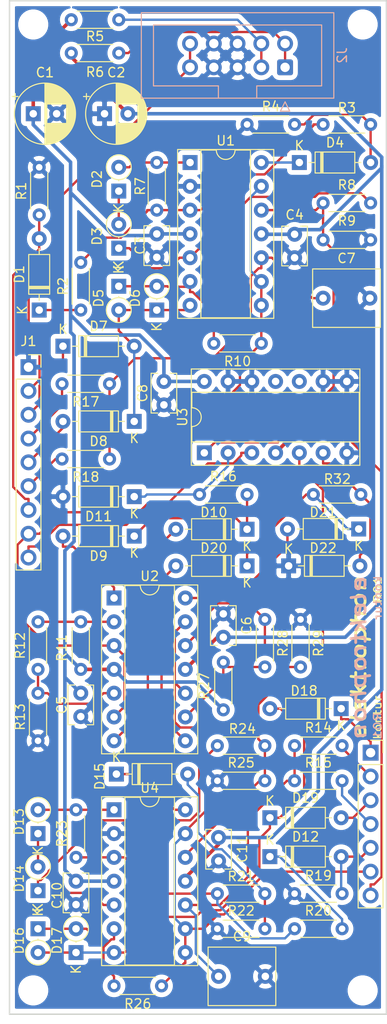
<source format=kicad_pcb>
(kicad_pcb (version 20171130) (host pcbnew 5.1.10)
  (title_block (title kontur) (date 2021-12-12) (rev R01) (comment 1 "PCB for panel") (comment 2 "AD/AR envelope generator") (comment 4 "License CC BY 4.0 - Attribution 4.0 International"))
  (layers (0 F.Cu signal) (31 B.Cu signal) (34 B.Paste user) (35 F.Paste user) (36 B.SilkS user) (37 F.SilkS user) (38 B.Mask user) (39 F.Mask user) (44 Edge.Cuts user))
  (net 0 "")
  (net 1 GND)
  (net 2 +15V)
  (net 3 -15V)
  (net 4 +5V)
  (net 5 VP)
  (net 6 VN)
  (net 7 "Net-(D1-Pad1)")
  (net 8 "Net-(D2-Pad1)")
  (net 9 "Net-(D3-Pad1)")
  (net 10 "Net-(D5-Pad2)")
  (net 11 "Net-(D5-Pad1)")
  (net 12 "Net-(D9-Pad2)")
  (net 13 "Net-(R2-Pad1)")
  (net 14 "Net-(R11-Pad1)")
  (net 15 "Net-(D2-Pad2)")
  (net 16 "Net-(D4-Pad2)")
  (net 17 "Net-(D4-Pad1)")
  (net 18 "Net-(D10-Pad1)")
  (net 19 "Net-(D10-Pad2)")
  (net 20 "Net-(D11-Pad1)")
  (net 21 "Net-(R8-Pad1)")
  (net 22 "Net-(R12-Pad1)")
  (net 23 "Net-(U3-Pad11)")
  (net 24 "Net-(U3-Pad10)")
  (net 25 /sheet61728A8D/AA2)
  (net 26 /sheet61729057/AB2)
  (net 27 /sheet61728A8D/IN1)
  (net 28 /sheet61728A8D/AA1)
  (net 29 /sheet61728A8D/DA1)
  (net 30 /sheet61729057/IN2)
  (net 31 "Net-(D12-Pad1)")
  (net 32 "Net-(D13-Pad2)")
  (net 33 "Net-(D13-Pad1)")
  (net 34 "Net-(D14-Pad1)")
  (net 35 "Net-(D15-Pad2)")
  (net 36 "Net-(D15-Pad1)")
  (net 37 "Net-(D16-Pad2)")
  (net 38 "Net-(D16-Pad1)")
  (net 39 /sheet61729057/AB1)
  (net 40 /sheet61729057/DB1)
  (net 41 "Net-(D20-Pad2)")
  (net 42 "Net-(D20-Pad1)")
  (net 43 "Net-(D21-Pad2)")
  (net 44 /sheet61728A8D/EOE1)
  (net 45 /sheet61728A8D/OUT1)
  (net 46 /sheet61729057/EOE2)
  (net 47 /sheet61729057/OUT2)
  (net 48 "Net-(R20-Pad1)")
  (net 49 "Net-(R24-Pad1)")
  (net 50 "Net-(R27-Pad1)")
  (net 51 "Net-(R28-Pad1)")
  (net 52 "Net-(C7-Pad1)")
  (net 53 "Net-(C9-Pad1)")
  (net 54 /sheet61728A8D/DA2)
  (net 55 /sheet61729057/DB2)
  (net 56 "Net-(D22-Pad2)")
  (module "elektrophon:elektrophon logo" (layer F.Cu) (at 89.154 120.904 90)
    (fp_text reference REF** hide)
    (fp_text value "elektrophon logo" hide)
    (fp_text user kontur (at 8.84 1.02 90) (layer B.SilkS) (effects (font (size 0.8 1)) (justify left mirror)))
    (fp_text user R01 (at -8.83 1 90) (layer B.SilkS) (effects (font (size 0.8 1)) (justify right mirror)))
    (fp_text user elektrophon (at 0 -1.016 90) (layer B.SilkS) (effects (font (size 1.5 2) (thickness 0.3) italic) (justify mirror)))
    (fp_text user R01 (at 8.8 1.02 90) (layer F.SilkS) (effects (font (size 0.8 1)) (justify right)))
    (fp_text user kontur (at -8.88 1 90) (layer F.SilkS) (effects (font (size 0.8 1)) (justify left)))
    (fp_text user elektrophon (at 0 -1.016 90) (layer F.SilkS) (effects (font (size 1.5 2) (thickness 0.3) italic)))
  )
  (module Capacitor_THT:C_Rect_L7.0mm_W6.0mm_P5.00mm (layer F.Cu) (at 73.152 154.94)
    (fp_text reference C9 (at 2.5 -4.25) (layer F.SilkS))
    (fp_text value 4.7u)
    (pad 2 thru_hole circle (at 5 0) (size 1.6 1.6) (drill 0.8) (layers *.Cu *.Mask) (net 1 GND))
    (pad 1 thru_hole circle (at 0 0) (size 1.6 1.6) (drill 0.8) (layers *.Cu *.Mask) (net 53 "Net-(C9-Pad1)"))
  )
  (module Capacitor_THT:C_Rect_L7.0mm_W6.0mm_P5.00mm (layer F.Cu) (at 84.328 82.55)
    (fp_text reference C7 (at 2.5 -4.25) (layer F.SilkS))
    (fp_text value 4.7u)
    (pad 2 thru_hole circle (at 5 0) (size 1.6 1.6) (drill 0.8) (layers *.Cu *.Mask) (net 1 GND))
    (pad 1 thru_hole circle (at 0 0) (size 1.6 1.6) (drill 0.8) (layers *.Cu *.Mask) (net 52 "Net-(C7-Pad1)"))
  )
  (module Package_DIP:DIP-14_W7.62mm_Socket (layer F.Cu) (at 61.976 114.554)
    (fp_text reference U2 (at 3.81 -2.33) (layer F.SilkS))
    (fp_text value LM324)
    (pad 14 thru_hole oval (at 7.62 0) (size 1.6 1.6) (drill 0.8) (layers *.Cu *.Mask) (net 43 "Net-(D21-Pad2)"))
    (pad 7 thru_hole oval (at 0 15.24) (size 1.6 1.6) (drill 0.8) (layers *.Cu *.Mask) (net 19 "Net-(D10-Pad2)"))
    (pad 13 thru_hole oval (at 7.62 2.54) (size 1.6 1.6) (drill 0.8) (layers *.Cu *.Mask) (net 47 /sheet61729057/OUT2))
    (pad 6 thru_hole oval (at 0 12.7) (size 1.6 1.6) (drill 0.8) (layers *.Cu *.Mask) (net 45 /sheet61728A8D/OUT1))
    (pad 12 thru_hole oval (at 7.62 5.08) (size 1.6 1.6) (drill 0.8) (layers *.Cu *.Mask) (net 51 "Net-(R28-Pad1)"))
    (pad 5 thru_hole oval (at 0 10.16) (size 1.6 1.6) (drill 0.8) (layers *.Cu *.Mask) (net 22 "Net-(R12-Pad1)"))
    (pad 11 thru_hole oval (at 7.62 7.62) (size 1.6 1.6) (drill 0.8) (layers *.Cu *.Mask) (net 3 -15V))
    (pad 4 thru_hole oval (at 0 7.62) (size 1.6 1.6) (drill 0.8) (layers *.Cu *.Mask) (net 2 +15V))
    (pad 10 thru_hole oval (at 7.62 10.16) (size 1.6 1.6) (drill 0.8) (layers *.Cu *.Mask) (net 47 /sheet61729057/OUT2))
    (pad 3 thru_hole oval (at 0 5.08) (size 1.6 1.6) (drill 0.8) (layers *.Cu *.Mask) (net 45 /sheet61728A8D/OUT1))
    (pad 9 thru_hole oval (at 7.62 12.7) (size 1.6 1.6) (drill 0.8) (layers *.Cu *.Mask) (net 50 "Net-(R27-Pad1)"))
    (pad 2 thru_hole oval (at 0 2.54) (size 1.6 1.6) (drill 0.8) (layers *.Cu *.Mask) (net 14 "Net-(R11-Pad1)"))
    (pad 8 thru_hole oval (at 7.62 15.24) (size 1.6 1.6) (drill 0.8) (layers *.Cu *.Mask) (net 41 "Net-(D20-Pad2)"))
    (pad 1 thru_hole rect (at 0 0) (size 1.6 1.6) (drill 0.8) (layers *.Cu *.Mask) (net 12 "Net-(D9-Pad2)"))
  )
  (module Diode_THT:D_DO-35_SOD27_P2.54mm_Vertical_KathodeUp (layer F.Cu) (at 53.848 145.796 90)
    (fp_text reference D14 (at 1.27 -2.032 90) (layer F.SilkS))
    (fp_text value 1N4148)
    (fp_text user K (at -1.8 0 90) (layer F.SilkS))
    (pad 2 thru_hole oval (at 2.54 0 90) (size 1.6 1.6) (drill 0.8) (layers *.Cu *.Mask) (net 33 "Net-(D13-Pad1)"))
    (pad 1 thru_hole rect (at 0 0 90) (size 1.6 1.6) (drill 0.8) (layers *.Cu *.Mask) (net 34 "Net-(D14-Pad1)"))
  )
  (module Diode_THT:D_DO-35_SOD27_P2.54mm_Vertical_KathodeUp (layer F.Cu) (at 53.848 139.7 90)
    (fp_text reference D13 (at 1.27 -2.032 90) (layer F.SilkS))
    (fp_text value 1N4148)
    (fp_text user K (at -1.8 0 90) (layer F.SilkS))
    (pad 2 thru_hole oval (at 2.54 0 90) (size 1.6 1.6) (drill 0.8) (layers *.Cu *.Mask) (net 32 "Net-(D13-Pad2)"))
    (pad 1 thru_hole rect (at 0 0 90) (size 1.6 1.6) (drill 0.8) (layers *.Cu *.Mask) (net 33 "Net-(D13-Pad1)"))
  )
  (module Diode_THT:D_DO-35_SOD27_P2.54mm_Vertical_KathodeUp (layer F.Cu) (at 57.912 152.4 90)
    (fp_text reference D17 (at 1.27 -2.032 90) (layer F.SilkS))
    (fp_text value 1N4148)
    (fp_text user K (at -1.8 0 90) (layer F.SilkS))
    (pad 2 thru_hole oval (at 2.54 0 90) (size 1.6 1.6) (drill 0.8) (layers *.Cu *.Mask) (net 38 "Net-(D16-Pad1)"))
    (pad 1 thru_hole rect (at 0 0 90) (size 1.6 1.6) (drill 0.8) (layers *.Cu *.Mask) (net 37 "Net-(D16-Pad2)"))
  )
  (module Diode_THT:D_DO-35_SOD27_P2.54mm_Vertical_KathodeUp (layer F.Cu) (at 53.848 149.86 270)
    (fp_text reference D16 (at 1.27 2.032 90) (layer F.SilkS))
    (fp_text value 1N4148)
    (fp_text user K (at -1.8 0 90) (layer F.SilkS))
    (pad 2 thru_hole oval (at 2.54 0 270) (size 1.6 1.6) (drill 0.8) (layers *.Cu *.Mask) (net 37 "Net-(D16-Pad2)"))
    (pad 1 thru_hole rect (at 0 0 270) (size 1.6 1.6) (drill 0.8) (layers *.Cu *.Mask) (net 38 "Net-(D16-Pad1)"))
  )
  (module Diode_THT:D_DO-35_SOD27_P2.54mm_Vertical_KathodeUp (layer F.Cu) (at 62.484 77.216 90)
    (fp_text reference D3 (at 1.27 -2.326371 90) (layer F.SilkS))
    (fp_text value 1N4148)
    (fp_text user K (at -1.8 0 90) (layer F.SilkS))
    (pad 2 thru_hole oval (at 2.54 0 90) (size 1.6 1.6) (drill 0.8) (layers *.Cu *.Mask) (net 8 "Net-(D2-Pad1)"))
    (pad 1 thru_hole rect (at 0 0 90) (size 1.6 1.6) (drill 0.8) (layers *.Cu *.Mask) (net 9 "Net-(D3-Pad1)"))
  )
  (module Diode_THT:D_DO-35_SOD27_P2.54mm_Vertical_KathodeUp (layer F.Cu) (at 62.484 71.12 90)
    (fp_text reference D2 (at 1.27 -2.326371 90) (layer F.SilkS))
    (fp_text value 1N4148)
    (fp_text user K (at -1.8 0 90) (layer F.SilkS))
    (pad 2 thru_hole oval (at 2.54 0 90) (size 1.6 1.6) (drill 0.8) (layers *.Cu *.Mask) (net 15 "Net-(D2-Pad2)"))
    (pad 1 thru_hole rect (at 0 0 90) (size 1.6 1.6) (drill 0.8) (layers *.Cu *.Mask) (net 8 "Net-(D2-Pad1)"))
  )
  (module Diode_THT:D_DO-35_SOD27_P2.54mm_Vertical_KathodeUp (layer F.Cu) (at 66.548 83.82 90)
    (fp_text reference D6 (at 1.27 -2.326371 90) (layer F.SilkS))
    (fp_text value 1N4148)
    (fp_text user K (at -1.8 0 90) (layer F.SilkS))
    (pad 2 thru_hole oval (at 2.54 0 90) (size 1.6 1.6) (drill 0.8) (layers *.Cu *.Mask) (net 11 "Net-(D5-Pad1)"))
    (pad 1 thru_hole rect (at 0 0 90) (size 1.6 1.6) (drill 0.8) (layers *.Cu *.Mask) (net 10 "Net-(D5-Pad2)"))
  )
  (module Diode_THT:D_DO-35_SOD27_P2.54mm_Vertical_KathodeUp (layer F.Cu) (at 62.484 81.28 270)
    (fp_text reference D5 (at 1.27 2.159 90) (layer F.SilkS))
    (fp_text value 1N4148)
    (fp_text user K (at -1.8 0 90) (layer F.SilkS))
    (pad 2 thru_hole oval (at 2.54 0 270) (size 1.6 1.6) (drill 0.8) (layers *.Cu *.Mask) (net 10 "Net-(D5-Pad2)"))
    (pad 1 thru_hole rect (at 0 0 270) (size 1.6 1.6) (drill 0.8) (layers *.Cu *.Mask) (net 11 "Net-(D5-Pad1)"))
  )
  (module Diode_THT:D_DO-35_SOD27_P7.62mm_Horizontal (layer F.Cu) (at 80.645 111.125)
    (fp_text reference D22 (at 3.683 -1.905) (layer F.SilkS))
    (fp_text value 1N4148)
    (fp_text user K (at 0 -1.8) (layer F.SilkS))
    (pad 2 thru_hole oval (at 7.62 0) (size 1.6 1.6) (drill 0.8) (layers *.Cu *.Mask) (net 56 "Net-(D22-Pad2)"))
    (pad 1 thru_hole rect (at 0 0) (size 1.6 1.6) (drill 0.8) (layers *.Cu *.Mask) (net 1 GND))
  )
  (module Diode_THT:D_DO-35_SOD27_P7.62mm_Horizontal (layer F.Cu) (at 88.138 107.188 180)
    (fp_text reference D21 (at 3.81 1.778) (layer F.SilkS))
    (fp_text value 1N4148)
    (fp_text user K (at 0 -1.8) (layer F.SilkS))
    (pad 2 thru_hole oval (at 7.62 0 180) (size 1.6 1.6) (drill 0.8) (layers *.Cu *.Mask) (net 43 "Net-(D21-Pad2)"))
    (pad 1 thru_hole rect (at 0 0 180) (size 1.6 1.6) (drill 0.8) (layers *.Cu *.Mask) (net 42 "Net-(D20-Pad1)"))
  )
  (module Diode_THT:D_DO-35_SOD27_P7.62mm_Horizontal (layer F.Cu) (at 76.2 111.125 180)
    (fp_text reference D20 (at 3.556 1.905) (layer F.SilkS))
    (fp_text value 1N4148)
    (fp_text user K (at 0 -1.8) (layer F.SilkS))
    (pad 2 thru_hole oval (at 7.62 0 180) (size 1.6 1.6) (drill 0.8) (layers *.Cu *.Mask) (net 41 "Net-(D20-Pad2)"))
    (pad 1 thru_hole rect (at 0 0 180) (size 1.6 1.6) (drill 0.8) (layers *.Cu *.Mask) (net 42 "Net-(D20-Pad1)"))
  )
  (module Diode_THT:D_DO-35_SOD27_P7.62mm_Horizontal (layer F.Cu) (at 78.64 138.012)
    (fp_text reference D19 (at 3.81 -2.12) (layer F.SilkS))
    (fp_text value 1N4148)
    (fp_text user K (at 0 -1.8) (layer F.SilkS))
    (pad 2 thru_hole oval (at 7.62 0) (size 1.6 1.6) (drill 0.8) (layers *.Cu *.Mask) (net 40 /sheet61729057/DB1))
    (pad 1 thru_hole rect (at 0 0) (size 1.6 1.6) (drill 0.8) (layers *.Cu *.Mask) (net 37 "Net-(D16-Pad2)"))
  )
  (module Diode_THT:D_DO-35_SOD27_P7.62mm_Horizontal (layer F.Cu) (at 86.26 126.365 180)
    (fp_text reference D18 (at 3.964 1.905) (layer F.SilkS))
    (fp_text value 1N4148)
    (fp_text user K (at 0 -1.8) (layer F.SilkS))
    (pad 2 thru_hole oval (at 7.62 0 180) (size 1.6 1.6) (drill 0.8) (layers *.Cu *.Mask) (net 37 "Net-(D16-Pad2)"))
    (pad 1 thru_hole rect (at 0 0 180) (size 1.6 1.6) (drill 0.8) (layers *.Cu *.Mask) (net 39 /sheet61729057/AB1))
  )
  (module Diode_THT:D_DO-35_SOD27_P7.62mm_Horizontal (layer F.Cu) (at 62.23 133.35)
    (fp_text reference D15 (at -1.778 0.254 90) (layer F.SilkS))
    (fp_text value 1N4148)
    (fp_text user K (at 0 -1.8) (layer F.SilkS))
    (pad 2 thru_hole oval (at 7.62 0) (size 1.6 1.6) (drill 0.8) (layers *.Cu *.Mask) (net 35 "Net-(D15-Pad2)"))
    (pad 1 thru_hole rect (at 0 0) (size 1.6 1.6) (drill 0.8) (layers *.Cu *.Mask) (net 36 "Net-(D15-Pad1)"))
  )
  (module Diode_THT:D_DO-35_SOD27_P7.62mm_Horizontal (layer F.Cu) (at 78.64 142.162)
    (fp_text reference D12 (at 3.81 -2.12) (layer F.SilkS))
    (fp_text value 1N4148)
    (fp_text user K (at 0 -1.8) (layer F.SilkS))
    (pad 2 thru_hole oval (at 7.62 0) (size 1.6 1.6) (drill 0.8) (layers *.Cu *.Mask) (net 30 /sheet61729057/IN2))
    (pad 1 thru_hole rect (at 0 0) (size 1.6 1.6) (drill 0.8) (layers *.Cu *.Mask) (net 31 "Net-(D12-Pad1)"))
  )
  (module Diode_THT:D_DO-35_SOD27_P7.62mm_Horizontal (layer F.Cu) (at 64.135 103.735 180)
    (fp_text reference D11 (at 3.81 -2.12) (layer F.SilkS))
    (fp_text value 1N4148)
    (fp_text user K (at 0 -1.8) (layer F.SilkS))
    (pad 2 thru_hole oval (at 7.62 0 180) (size 1.6 1.6) (drill 0.8) (layers *.Cu *.Mask) (net 1 GND))
    (pad 1 thru_hole rect (at 0 0 180) (size 1.6 1.6) (drill 0.8) (layers *.Cu *.Mask) (net 20 "Net-(D11-Pad1)"))
  )
  (module Diode_THT:D_DO-35_SOD27_P7.62mm_Horizontal (layer F.Cu) (at 76.2 107.215 180)
    (fp_text reference D10 (at 3.556 1.805) (layer F.SilkS))
    (fp_text value 1N4148)
    (fp_text user K (at 0 -1.8) (layer F.SilkS))
    (pad 2 thru_hole oval (at 7.62 0 180) (size 1.6 1.6) (drill 0.8) (layers *.Cu *.Mask) (net 19 "Net-(D10-Pad2)"))
    (pad 1 thru_hole rect (at 0 0 180) (size 1.6 1.6) (drill 0.8) (layers *.Cu *.Mask) (net 18 "Net-(D10-Pad1)"))
  )
  (module Diode_THT:D_DO-35_SOD27_P7.62mm_Horizontal (layer F.Cu) (at 64.135 107.95 180)
    (fp_text reference D9 (at 3.81 -2.12) (layer F.SilkS))
    (fp_text value 1N4148)
    (fp_text user K (at 0 -1.8) (layer F.SilkS))
    (pad 2 thru_hole oval (at 7.62 0 180) (size 1.6 1.6) (drill 0.8) (layers *.Cu *.Mask) (net 12 "Net-(D9-Pad2)"))
    (pad 1 thru_hole rect (at 0 0 180) (size 1.6 1.6) (drill 0.8) (layers *.Cu *.Mask) (net 18 "Net-(D10-Pad1)"))
  )
  (module Diode_THT:D_DO-35_SOD27_P7.62mm_Horizontal (layer F.Cu) (at 64.135 95.7056 180)
    (fp_text reference D8 (at 3.81 -2.12) (layer F.SilkS))
    (fp_text value 1N4148)
    (fp_text user K (at 0 -1.8) (layer F.SilkS))
    (pad 2 thru_hole oval (at 7.62 0 180) (size 1.6 1.6) (drill 0.8) (layers *.Cu *.Mask) (net 29 /sheet61728A8D/DA1))
    (pad 1 thru_hole rect (at 0 0 180) (size 1.6 1.6) (drill 0.8) (layers *.Cu *.Mask) (net 10 "Net-(D5-Pad2)"))
  )
  (module Diode_THT:D_DO-35_SOD27_P7.62mm_Horizontal (layer F.Cu) (at 56.515 87.676)
    (fp_text reference D7 (at 3.81 -2.12) (layer F.SilkS))
    (fp_text value 1N4148)
    (fp_text user K (at 0 -1.8) (layer F.SilkS))
    (pad 2 thru_hole oval (at 7.62 0) (size 1.6 1.6) (drill 0.8) (layers *.Cu *.Mask) (net 10 "Net-(D5-Pad2)"))
    (pad 1 thru_hole rect (at 0 0) (size 1.6 1.6) (drill 0.8) (layers *.Cu *.Mask) (net 28 /sheet61728A8D/AA1))
  )
  (module Diode_THT:D_DO-35_SOD27_P7.62mm_Horizontal (layer F.Cu) (at 81.788 68.072)
    (fp_text reference D4 (at 3.81 -2.12) (layer F.SilkS))
    (fp_text value 1N4148)
    (fp_text user K (at 0 -1.8) (layer F.SilkS))
    (pad 2 thru_hole oval (at 7.62 0) (size 1.6 1.6) (drill 0.8) (layers *.Cu *.Mask) (net 16 "Net-(D4-Pad2)"))
    (pad 1 thru_hole rect (at 0 0) (size 1.6 1.6) (drill 0.8) (layers *.Cu *.Mask) (net 17 "Net-(D4-Pad1)"))
  )
  (module Diode_THT:D_DO-35_SOD27_P7.62mm_Horizontal (layer F.Cu) (at 53.975 83.82 90)
    (fp_text reference D1 (at 3.81 -2.12 90) (layer F.SilkS))
    (fp_text value 1N4148)
    (fp_text user K (at 0 -1.8 90) (layer F.SilkS))
    (pad 2 thru_hole oval (at 7.62 0 90) (size 1.6 1.6) (drill 0.8) (layers *.Cu *.Mask) (net 27 /sheet61728A8D/IN1))
    (pad 1 thru_hole rect (at 0 0 90) (size 1.6 1.6) (drill 0.8) (layers *.Cu *.Mask) (net 7 "Net-(D1-Pad1)"))
  )
  (module Resistor_THT:R_Axial_DIN0204_L3.6mm_D1.6mm_P5.08mm_Horizontal (layer F.Cu) (at 61.495 99.7204 180)
    (fp_text reference R18 (at 2.54 -1.92) (layer F.SilkS))
    (fp_text value 1k)
    (pad 2 thru_hole oval (at 5.08 0 180) (size 1.4 1.4) (drill 0.7) (layers *.Cu *.Mask) (net 54 /sheet61728A8D/DA2))
    (pad 1 thru_hole circle (at 0 0 180) (size 1.4 1.4) (drill 0.7) (layers *.Cu *.Mask) (net 52 "Net-(C7-Pad1)"))
  )
  (module Resistor_THT:R_Axial_DIN0204_L3.6mm_D1.6mm_P5.08mm_Horizontal (layer F.Cu) (at 61.495 91.6908 180)
    (fp_text reference R17 (at 2.54 -1.92) (layer F.SilkS))
    (fp_text value 1k)
    (pad 2 thru_hole oval (at 5.08 0 180) (size 1.4 1.4) (drill 0.7) (layers *.Cu *.Mask) (net 25 /sheet61728A8D/AA2))
    (pad 1 thru_hole circle (at 0 0 180) (size 1.4 1.4) (drill 0.7) (layers *.Cu *.Mask) (net 52 "Net-(C7-Pad1)"))
  )
  (module Resistor_THT:R_Axial_DIN0204_L3.6mm_D1.6mm_P5.08mm_Horizontal (layer F.Cu) (at 81.28 134.063)
    (fp_text reference R15 (at 2.54 -1.92) (layer F.SilkS))
    (fp_text value 1k)
    (pad 2 thru_hole oval (at 5.08 0) (size 1.4 1.4) (drill 0.7) (layers *.Cu *.Mask) (net 55 /sheet61729057/DB2))
    (pad 1 thru_hole circle (at 0 0) (size 1.4 1.4) (drill 0.7) (layers *.Cu *.Mask) (net 53 "Net-(C9-Pad1)"))
  )
  (module Resistor_THT:R_Axial_DIN0204_L3.6mm_D1.6mm_P5.08mm_Horizontal (layer F.Cu) (at 81.28 130.314)
    (fp_text reference R14 (at 2.54 -1.92) (layer F.SilkS))
    (fp_text value 1k)
    (pad 2 thru_hole oval (at 5.08 0) (size 1.4 1.4) (drill 0.7) (layers *.Cu *.Mask) (net 26 /sheet61729057/AB2))
    (pad 1 thru_hole circle (at 0 0) (size 1.4 1.4) (drill 0.7) (layers *.Cu *.Mask) (net 53 "Net-(C9-Pad1)"))
  )
  (module Package_DIP:DIP-14_W7.62mm_Socket (layer F.Cu) (at 61.976 137.16)
    (fp_text reference U4 (at 3.81 -2.33) (layer F.SilkS))
    (fp_text value LM324)
    (pad 14 thru_hole oval (at 7.62 0) (size 1.6 1.6) (drill 0.8) (layers *.Cu *.Mask) (net 36 "Net-(D15-Pad1)"))
    (pad 7 thru_hole oval (at 0 15.24) (size 1.6 1.6) (drill 0.8) (layers *.Cu *.Mask) (net 37 "Net-(D16-Pad2)"))
    (pad 13 thru_hole oval (at 7.62 2.54) (size 1.6 1.6) (drill 0.8) (layers *.Cu *.Mask) (net 47 /sheet61729057/OUT2))
    (pad 6 thru_hole oval (at 0 12.7) (size 1.6 1.6) (drill 0.8) (layers *.Cu *.Mask) (net 38 "Net-(D16-Pad1)"))
    (pad 12 thru_hole oval (at 7.62 5.08) (size 1.6 1.6) (drill 0.8) (layers *.Cu *.Mask) (net 49 "Net-(R24-Pad1)"))
    (pad 5 thru_hole oval (at 0 10.16) (size 1.6 1.6) (drill 0.8) (layers *.Cu *.Mask) (net 34 "Net-(D14-Pad1)"))
    (pad 11 thru_hole oval (at 7.62 7.62) (size 1.6 1.6) (drill 0.8) (layers *.Cu *.Mask) (net 3 -15V))
    (pad 4 thru_hole oval (at 0 7.62) (size 1.6 1.6) (drill 0.8) (layers *.Cu *.Mask) (net 2 +15V))
    (pad 10 thru_hole oval (at 7.62 10.16) (size 1.6 1.6) (drill 0.8) (layers *.Cu *.Mask) (net 53 "Net-(C9-Pad1)"))
    (pad 3 thru_hole oval (at 0 5.08) (size 1.6 1.6) (drill 0.8) (layers *.Cu *.Mask) (net 48 "Net-(R20-Pad1)"))
    (pad 9 thru_hole oval (at 7.62 12.7) (size 1.6 1.6) (drill 0.8) (layers *.Cu *.Mask) (net 47 /sheet61729057/OUT2))
    (pad 2 thru_hole oval (at 0 2.54) (size 1.6 1.6) (drill 0.8) (layers *.Cu *.Mask) (net 1 GND))
    (pad 8 thru_hole oval (at 7.62 15.24) (size 1.6 1.6) (drill 0.8) (layers *.Cu *.Mask) (net 47 /sheet61729057/OUT2))
    (pad 1 thru_hole rect (at 0 0) (size 1.6 1.6) (drill 0.8) (layers *.Cu *.Mask) (net 32 "Net-(D13-Pad2)"))
  )
  (module Capacitor_THT:C_Rect_L4.0mm_W2.5mm_P2.50mm (layer F.Cu) (at 73.152 142.621 90)
    (fp_text reference C11 (at 1.25 2.54 90) (layer F.SilkS))
    (fp_text value 0.1u)
    (pad 2 thru_hole circle (at 2.5 0 90) (size 1.6 1.6) (drill 0.8) (layers *.Cu *.Mask) (net 3 -15V))
    (pad 1 thru_hole circle (at 0 0 90) (size 1.6 1.6) (drill 0.8) (layers *.Cu *.Mask) (net 1 GND))
  )
  (module Capacitor_THT:C_Rect_L4.0mm_W2.5mm_P2.50mm (layer F.Cu) (at 57.912 144.78 270)
    (fp_text reference C10 (at 1.524 2.032 90) (layer F.SilkS))
    (fp_text value 0.1u)
    (pad 2 thru_hole circle (at 2.5 0 270) (size 1.6 1.6) (drill 0.8) (layers *.Cu *.Mask) (net 1 GND))
    (pad 1 thru_hole circle (at 0 0 270) (size 1.6 1.6) (drill 0.8) (layers *.Cu *.Mask) (net 2 +15V))
  )
  (module Package_DIP:DIP-14_W7.62mm_Socket (layer F.Cu) (at 71.628 99.06 90)
    (fp_text reference U3 (at 3.81 -2.33 90) (layer F.SilkS))
    (fp_text value 4001)
    (pad 14 thru_hole oval (at 7.62 0 90) (size 1.6 1.6) (drill 0.8) (layers *.Cu *.Mask) (net 2 +15V))
    (pad 7 thru_hole oval (at 0 15.24 90) (size 1.6 1.6) (drill 0.8) (layers *.Cu *.Mask) (net 1 GND))
    (pad 13 thru_hole oval (at 7.62 2.54 90) (size 1.6 1.6) (drill 0.8) (layers *.Cu *.Mask) (net 1 GND))
    (pad 6 thru_hole oval (at 0 12.7 90) (size 1.6 1.6) (drill 0.8) (layers *.Cu *.Mask) (net 56 "Net-(D22-Pad2)"))
    (pad 12 thru_hole oval (at 7.62 5.08 90) (size 1.6 1.6) (drill 0.8) (layers *.Cu *.Mask) (net 1 GND))
    (pad 5 thru_hole oval (at 0 10.16 90) (size 1.6 1.6) (drill 0.8) (layers *.Cu *.Mask) (net 49 "Net-(R24-Pad1)"))
    (pad 11 thru_hole oval (at 7.62 7.62 90) (size 1.6 1.6) (drill 0.8) (layers *.Cu *.Mask) (net 23 "Net-(U3-Pad11)"))
    (pad 4 thru_hole oval (at 0 7.62 90) (size 1.6 1.6) (drill 0.8) (layers *.Cu *.Mask) (net 46 /sheet61729057/EOE2))
    (pad 10 thru_hole oval (at 7.62 10.16 90) (size 1.6 1.6) (drill 0.8) (layers *.Cu *.Mask) (net 24 "Net-(U3-Pad10)"))
    (pad 3 thru_hole oval (at 0 5.08 90) (size 1.6 1.6) (drill 0.8) (layers *.Cu *.Mask) (net 44 /sheet61728A8D/EOE1))
    (pad 9 thru_hole oval (at 7.62 12.7 90) (size 1.6 1.6) (drill 0.8) (layers *.Cu *.Mask) (net 1 GND))
    (pad 2 thru_hole oval (at 0 2.54 90) (size 1.6 1.6) (drill 0.8) (layers *.Cu *.Mask) (net 20 "Net-(D11-Pad1)"))
    (pad 8 thru_hole oval (at 7.62 15.24 90) (size 1.6 1.6) (drill 0.8) (layers *.Cu *.Mask) (net 1 GND))
    (pad 1 thru_hole rect (at 0 0 90) (size 1.6 1.6) (drill 0.8) (layers *.Cu *.Mask) (net 21 "Net-(R8-Pad1)"))
  )
  (module Package_DIP:DIP-14_W7.62mm_Socket (layer F.Cu) (at 70.104 68.072)
    (fp_text reference U1 (at 3.81 -2.33) (layer F.SilkS))
    (fp_text value LM324)
    (pad 14 thru_hole oval (at 7.62 0) (size 1.6 1.6) (drill 0.8) (layers *.Cu *.Mask) (net 17 "Net-(D4-Pad1)"))
    (pad 7 thru_hole oval (at 0 15.24) (size 1.6 1.6) (drill 0.8) (layers *.Cu *.Mask) (net 10 "Net-(D5-Pad2)"))
    (pad 13 thru_hole oval (at 7.62 2.54) (size 1.6 1.6) (drill 0.8) (layers *.Cu *.Mask) (net 45 /sheet61728A8D/OUT1))
    (pad 6 thru_hole oval (at 0 12.7) (size 1.6 1.6) (drill 0.8) (layers *.Cu *.Mask) (net 11 "Net-(D5-Pad1)"))
    (pad 12 thru_hole oval (at 7.62 5.08) (size 1.6 1.6) (drill 0.8) (layers *.Cu *.Mask) (net 21 "Net-(R8-Pad1)"))
    (pad 5 thru_hole oval (at 0 10.16) (size 1.6 1.6) (drill 0.8) (layers *.Cu *.Mask) (net 9 "Net-(D3-Pad1)"))
    (pad 11 thru_hole oval (at 7.62 7.62) (size 1.6 1.6) (drill 0.8) (layers *.Cu *.Mask) (net 3 -15V))
    (pad 4 thru_hole oval (at 0 7.62) (size 1.6 1.6) (drill 0.8) (layers *.Cu *.Mask) (net 2 +15V))
    (pad 10 thru_hole oval (at 7.62 10.16) (size 1.6 1.6) (drill 0.8) (layers *.Cu *.Mask) (net 52 "Net-(C7-Pad1)"))
    (pad 3 thru_hole oval (at 0 5.08) (size 1.6 1.6) (drill 0.8) (layers *.Cu *.Mask) (net 13 "Net-(R2-Pad1)"))
    (pad 9 thru_hole oval (at 7.62 12.7) (size 1.6 1.6) (drill 0.8) (layers *.Cu *.Mask) (net 45 /sheet61728A8D/OUT1))
    (pad 2 thru_hole oval (at 0 2.54) (size 1.6 1.6) (drill 0.8) (layers *.Cu *.Mask) (net 1 GND))
    (pad 8 thru_hole oval (at 7.62 15.24) (size 1.6 1.6) (drill 0.8) (layers *.Cu *.Mask) (net 45 /sheet61728A8D/OUT1))
    (pad 1 thru_hole rect (at 0 0) (size 1.6 1.6) (drill 0.8) (layers *.Cu *.Mask) (net 15 "Net-(D2-Pad2)"))
  )
  (module Resistor_THT:R_Axial_DIN0204_L3.6mm_D1.6mm_P5.08mm_Horizontal (layer F.Cu) (at 88.365 103.505 180)
    (fp_text reference R32 (at 2.513 1.651) (layer F.SilkS))
    (fp_text value 100k)
    (pad 2 thru_hole oval (at 5.08 0 180) (size 1.4 1.4) (drill 0.7) (layers *.Cu *.Mask) (net 42 "Net-(D20-Pad1)"))
    (pad 1 thru_hole circle (at 0 0 180) (size 1.4 1.4) (drill 0.7) (layers *.Cu *.Mask) (net 56 "Net-(D22-Pad2)"))
  )
  (module Resistor_THT:R_Axial_DIN0204_L3.6mm_D1.6mm_P5.08mm_Horizontal (layer F.Cu) (at 81.915 116.84 270)
    (fp_text reference R29 (at 2.54 -1.92 90) (layer F.SilkS))
    (fp_text value 220)
    (pad 2 thru_hole oval (at 5.08 0 270) (size 1.4 1.4) (drill 0.7) (layers *.Cu *.Mask) (net 51 "Net-(R28-Pad1)"))
    (pad 1 thru_hole circle (at 0 0 270) (size 1.4 1.4) (drill 0.7) (layers *.Cu *.Mask) (net 1 GND))
  )
  (module Resistor_THT:R_Axial_DIN0204_L3.6mm_D1.6mm_P5.08mm_Horizontal (layer F.Cu) (at 78.105 116.84 270)
    (fp_text reference R28 (at 2.54 -1.92 90) (layer F.SilkS))
    (fp_text value 1k)
    (pad 2 thru_hole oval (at 5.08 0 270) (size 1.4 1.4) (drill 0.7) (layers *.Cu *.Mask) (net 50 "Net-(R27-Pad1)"))
    (pad 1 thru_hole circle (at 0 0 270) (size 1.4 1.4) (drill 0.7) (layers *.Cu *.Mask) (net 51 "Net-(R28-Pad1)"))
  )
  (module Resistor_THT:R_Axial_DIN0204_L3.6mm_D1.6mm_P5.08mm_Horizontal (layer F.Cu) (at 73.66 121.412 270)
    (fp_text reference R27 (at 2.54 2.032 90) (layer F.SilkS))
    (fp_text value 36k)
    (pad 2 thru_hole oval (at 5.08 0 270) (size 1.4 1.4) (drill 0.7) (layers *.Cu *.Mask) (net 2 +15V))
    (pad 1 thru_hole circle (at 0 0 270) (size 1.4 1.4) (drill 0.7) (layers *.Cu *.Mask) (net 50 "Net-(R27-Pad1)"))
  )
  (module Resistor_THT:R_Axial_DIN0204_L3.6mm_D1.6mm_P5.08mm_Horizontal (layer F.Cu) (at 67.056 155.956 180)
    (fp_text reference R26 (at 2.54 -1.92) (layer F.SilkS))
    (fp_text value 10k)
    (pad 2 thru_hole oval (at 5.08 0 180) (size 1.4 1.4) (drill 0.7) (layers *.Cu *.Mask) (net 38 "Net-(D16-Pad1)"))
    (pad 1 thru_hole circle (at 0 0 180) (size 1.4 1.4) (drill 0.7) (layers *.Cu *.Mask) (net 47 /sheet61729057/OUT2))
  )
  (module Resistor_THT:R_Axial_DIN0204_L3.6mm_D1.6mm_P5.08mm_Horizontal (layer F.Cu) (at 73.025 134.063)
    (fp_text reference R25 (at 2.54 -1.92) (layer F.SilkS))
    (fp_text value 47k)
    (pad 2 thru_hole oval (at 5.08 0) (size 1.4 1.4) (drill 0.7) (layers *.Cu *.Mask) (net 49 "Net-(R24-Pad1)"))
    (pad 1 thru_hole circle (at 0 0) (size 1.4 1.4) (drill 0.7) (layers *.Cu *.Mask) (net 1 GND))
  )
  (module Resistor_THT:R_Axial_DIN0204_L3.6mm_D1.6mm_P5.08mm_Horizontal (layer F.Cu) (at 78.105 130.314 180)
    (fp_text reference R24 (at 2.413 1.790166) (layer F.SilkS))
    (fp_text value 2.2k)
    (pad 2 thru_hole oval (at 5.08 0 180) (size 1.4 1.4) (drill 0.7) (layers *.Cu *.Mask) (net 34 "Net-(D14-Pad1)"))
    (pad 1 thru_hole circle (at 0 0 180) (size 1.4 1.4) (drill 0.7) (layers *.Cu *.Mask) (net 49 "Net-(R24-Pad1)"))
  )
  (module Resistor_THT:R_Axial_DIN0204_L3.6mm_D1.6mm_P5.08mm_Horizontal (layer F.Cu) (at 57.912 137.16 270)
    (fp_text reference R23 (at 2.54 1.524 90) (layer F.SilkS))
    (fp_text value 470k)
    (pad 2 thru_hole oval (at 5.08 0 270) (size 1.4 1.4) (drill 0.7) (layers *.Cu *.Mask) (net 48 "Net-(R20-Pad1)"))
    (pad 1 thru_hole circle (at 0 0 270) (size 1.4 1.4) (drill 0.7) (layers *.Cu *.Mask) (net 32 "Net-(D13-Pad2)"))
  )
  (module Resistor_THT:R_Axial_DIN0204_L3.6mm_D1.6mm_P5.08mm_Horizontal (layer F.Cu) (at 73.025 149.86)
    (fp_text reference R22 (at 2.54 -1.92) (layer F.SilkS))
    (fp_text value 47k)
    (pad 2 thru_hole oval (at 5.08 0) (size 1.4 1.4) (drill 0.7) (layers *.Cu *.Mask) (net 35 "Net-(D15-Pad2)"))
    (pad 1 thru_hole circle (at 0 0) (size 1.4 1.4) (drill 0.7) (layers *.Cu *.Mask) (net 1 GND))
  )
  (module Resistor_THT:R_Axial_DIN0204_L3.6mm_D1.6mm_P5.08mm_Horizontal (layer F.Cu) (at 78.105 146.111 180)
    (fp_text reference R21 (at 2.54 1.83883) (layer F.SilkS))
    (fp_text value 390k)
    (pad 2 thru_hole oval (at 5.08 0 180) (size 1.4 1.4) (drill 0.7) (layers *.Cu *.Mask) (net 48 "Net-(R20-Pad1)"))
    (pad 1 thru_hole circle (at 0 0 180) (size 1.4 1.4) (drill 0.7) (layers *.Cu *.Mask) (net 35 "Net-(D15-Pad2)"))
  )
  (module Resistor_THT:R_Axial_DIN0204_L3.6mm_D1.6mm_P5.08mm_Horizontal (layer F.Cu) (at 81.28 149.86)
    (fp_text reference R20 (at 2.54 -1.92) (layer F.SilkS))
    (fp_text value 27k)
    (pad 2 thru_hole oval (at 5.08 0) (size 1.4 1.4) (drill 0.7) (layers *.Cu *.Mask) (net 31 "Net-(D12-Pad1)"))
    (pad 1 thru_hole circle (at 0 0) (size 1.4 1.4) (drill 0.7) (layers *.Cu *.Mask) (net 48 "Net-(R20-Pad1)"))
  )
  (module Resistor_THT:R_Axial_DIN0204_L3.6mm_D1.6mm_P5.08mm_Horizontal (layer F.Cu) (at 81.28 146.111)
    (fp_text reference R19 (at 2.54 -1.92) (layer F.SilkS))
    (fp_text value 100k)
    (pad 2 thru_hole oval (at 5.08 0) (size 1.4 1.4) (drill 0.7) (layers *.Cu *.Mask) (net 30 /sheet61729057/IN2))
    (pad 1 thru_hole circle (at 0 0) (size 1.4 1.4) (drill 0.7) (layers *.Cu *.Mask) (net 1 GND))
  )
  (module Resistor_THT:R_Axial_DIN0204_L3.6mm_D1.6mm_P5.08mm_Horizontal (layer F.Cu) (at 71.12 103.505)
    (fp_text reference R16 (at 2.54 -1.92) (layer F.SilkS))
    (fp_text value 100k)
    (pad 2 thru_hole oval (at 5.08 0) (size 1.4 1.4) (drill 0.7) (layers *.Cu *.Mask) (net 18 "Net-(D10-Pad1)"))
    (pad 1 thru_hole circle (at 0 0) (size 1.4 1.4) (drill 0.7) (layers *.Cu *.Mask) (net 20 "Net-(D11-Pad1)"))
  )
  (module Resistor_THT:R_Axial_DIN0204_L3.6mm_D1.6mm_P5.08mm_Horizontal (layer F.Cu) (at 53.848 129.794 90)
    (fp_text reference R13 (at 2.54 -1.92 90) (layer F.SilkS))
    (fp_text value 220)
    (pad 2 thru_hole oval (at 5.08 0 90) (size 1.4 1.4) (drill 0.7) (layers *.Cu *.Mask) (net 22 "Net-(R12-Pad1)"))
    (pad 1 thru_hole circle (at 0 0 90) (size 1.4 1.4) (drill 0.7) (layers *.Cu *.Mask) (net 1 GND))
  )
  (module Resistor_THT:R_Axial_DIN0204_L3.6mm_D1.6mm_P5.08mm_Horizontal (layer F.Cu) (at 53.848 122.174 90)
    (fp_text reference R12 (at 2.54 -1.92 90) (layer F.SilkS))
    (fp_text value 1k)
    (pad 2 thru_hole oval (at 5.08 0 90) (size 1.4 1.4) (drill 0.7) (layers *.Cu *.Mask) (net 14 "Net-(R11-Pad1)"))
    (pad 1 thru_hole circle (at 0 0 90) (size 1.4 1.4) (drill 0.7) (layers *.Cu *.Mask) (net 22 "Net-(R12-Pad1)"))
  )
  (module Resistor_THT:R_Axial_DIN0204_L3.6mm_D1.6mm_P5.08mm_Horizontal (layer F.Cu) (at 58.42 117.094 270)
    (fp_text reference R11 (at 2.794 2.032 90) (layer F.SilkS))
    (fp_text value 36k)
    (pad 2 thru_hole oval (at 5.08 0 270) (size 1.4 1.4) (drill 0.7) (layers *.Cu *.Mask) (net 2 +15V))
    (pad 1 thru_hole circle (at 0 0 270) (size 1.4 1.4) (drill 0.7) (layers *.Cu *.Mask) (net 14 "Net-(R11-Pad1)"))
  )
  (module Resistor_THT:R_Axial_DIN0204_L3.6mm_D1.6mm_P5.08mm_Horizontal (layer F.Cu) (at 77.724 87.376 180)
    (fp_text reference R10 (at 2.54 -1.92) (layer F.SilkS))
    (fp_text value 10k)
    (pad 2 thru_hole oval (at 5.08 0 180) (size 1.4 1.4) (drill 0.7) (layers *.Cu *.Mask) (net 11 "Net-(D5-Pad1)"))
    (pad 1 thru_hole circle (at 0 0 180) (size 1.4 1.4) (drill 0.7) (layers *.Cu *.Mask) (net 45 /sheet61728A8D/OUT1))
  )
  (module Resistor_THT:R_Axial_DIN0204_L3.6mm_D1.6mm_P5.08mm_Horizontal (layer F.Cu) (at 89.408 76.327 180)
    (fp_text reference R9 (at 2.54 2.032) (layer F.SilkS))
    (fp_text value 47k)
    (pad 2 thru_hole oval (at 5.08 0 180) (size 1.4 1.4) (drill 0.7) (layers *.Cu *.Mask) (net 21 "Net-(R8-Pad1)"))
    (pad 1 thru_hole circle (at 0 0 180) (size 1.4 1.4) (drill 0.7) (layers *.Cu *.Mask) (net 1 GND))
  )
  (module Resistor_THT:R_Axial_DIN0204_L3.6mm_D1.6mm_P5.08mm_Horizontal (layer F.Cu) (at 84.328 72.39)
    (fp_text reference R8 (at 2.54 -1.92) (layer F.SilkS))
    (fp_text value 2.2k)
    (pad 2 thru_hole oval (at 5.08 0) (size 1.4 1.4) (drill 0.7) (layers *.Cu *.Mask) (net 9 "Net-(D3-Pad1)"))
    (pad 1 thru_hole circle (at 0 0) (size 1.4 1.4) (drill 0.7) (layers *.Cu *.Mask) (net 21 "Net-(R8-Pad1)"))
  )
  (module Resistor_THT:R_Axial_DIN0204_L3.6mm_D1.6mm_P5.08mm_Horizontal (layer F.Cu) (at 66.548 68.072 270)
    (fp_text reference R7 (at 2.54 1.778 90) (layer F.SilkS))
    (fp_text value 470k)
    (pad 2 thru_hole oval (at 5.08 0 270) (size 1.4 1.4) (drill 0.7) (layers *.Cu *.Mask) (net 13 "Net-(R2-Pad1)"))
    (pad 1 thru_hole circle (at 0 0 270) (size 1.4 1.4) (drill 0.7) (layers *.Cu *.Mask) (net 15 "Net-(D2-Pad2)"))
  )
  (module Resistor_THT:R_Axial_DIN0204_L3.6mm_D1.6mm_P5.08mm_Horizontal (layer F.Cu) (at 76.2 64.008)
    (fp_text reference R4 (at 2.54 -1.92) (layer F.SilkS))
    (fp_text value 47k)
    (pad 2 thru_hole oval (at 5.08 0) (size 1.4 1.4) (drill 0.7) (layers *.Cu *.Mask) (net 16 "Net-(D4-Pad2)"))
    (pad 1 thru_hole circle (at 0 0) (size 1.4 1.4) (drill 0.7) (layers *.Cu *.Mask) (net 1 GND))
  )
  (module Resistor_THT:R_Axial_DIN0204_L3.6mm_D1.6mm_P5.08mm_Horizontal (layer F.Cu) (at 89.408 64.008 180)
    (fp_text reference R3 (at 2.54 1.778) (layer F.SilkS))
    (fp_text value 390k)
    (pad 2 thru_hole oval (at 5.08 0 180) (size 1.4 1.4) (drill 0.7) (layers *.Cu *.Mask) (net 13 "Net-(R2-Pad1)"))
    (pad 1 thru_hole circle (at 0 0 180) (size 1.4 1.4) (drill 0.7) (layers *.Cu *.Mask) (net 16 "Net-(D4-Pad2)"))
  )
  (module Resistor_THT:R_Axial_DIN0204_L3.6mm_D1.6mm_P5.08mm_Horizontal (layer F.Cu) (at 58.42 78.74 270)
    (fp_text reference R2 (at 2.54 1.905 90) (layer F.SilkS))
    (fp_text value 27k)
    (pad 2 thru_hole oval (at 5.08 0 270) (size 1.4 1.4) (drill 0.7) (layers *.Cu *.Mask) (net 7 "Net-(D1-Pad1)"))
    (pad 1 thru_hole circle (at 0 0 270) (size 1.4 1.4) (drill 0.7) (layers *.Cu *.Mask) (net 13 "Net-(R2-Pad1)"))
  )
  (module Resistor_THT:R_Axial_DIN0204_L3.6mm_D1.6mm_P5.08mm_Horizontal (layer F.Cu) (at 53.975 68.58 270)
    (fp_text reference R1 (at 2.54 1.905 90) (layer F.SilkS))
    (fp_text value 100k)
    (pad 2 thru_hole oval (at 5.08 0 270) (size 1.4 1.4) (drill 0.7) (layers *.Cu *.Mask) (net 27 /sheet61728A8D/IN1))
    (pad 1 thru_hole circle (at 0 0 270) (size 1.4 1.4) (drill 0.7) (layers *.Cu *.Mask) (net 1 GND))
  )
  (module Connector_PinSocket_2.54mm:PinSocket_1x07_P2.54mm_Vertical (layer F.Cu) (at 89.408 131.064)
    (fp_text reference J3 hide)
    (fp_text value "01x07 Female" hide)
    (pad 7 thru_hole oval (at 0 15.24) (size 1.7 1.7) (drill 1) (layers *.Cu *.Mask) (net 46 /sheet61729057/EOE2))
    (pad 6 thru_hole oval (at 0 12.7) (size 1.7 1.7) (drill 1) (layers *.Cu *.Mask) (net 47 /sheet61729057/OUT2))
    (pad 5 thru_hole oval (at 0 10.16) (size 1.7 1.7) (drill 1) (layers *.Cu *.Mask) (net 30 /sheet61729057/IN2))
    (pad 4 thru_hole oval (at 0 7.62) (size 1.7 1.7) (drill 1) (layers *.Cu *.Mask) (net 55 /sheet61729057/DB2))
    (pad 3 thru_hole oval (at 0 5.08) (size 1.7 1.7) (drill 1) (layers *.Cu *.Mask) (net 40 /sheet61729057/DB1))
    (pad 2 thru_hole oval (at 0 2.54) (size 1.7 1.7) (drill 1) (layers *.Cu *.Mask) (net 26 /sheet61729057/AB2))
    (pad 1 thru_hole rect (at 0 0) (size 1.7 1.7) (drill 1) (layers *.Cu *.Mask) (net 39 /sheet61729057/AB1))
  )
  (module Connector_PinSocket_2.54mm:PinSocket_1x09_P2.54mm_Vertical (layer F.Cu) (at 52.832 89.916)
    (fp_text reference J1 (at 0 -2.77) (layer F.SilkS))
    (fp_text value "01x09 Female" hide)
    (pad 9 thru_hole oval (at 0 20.32) (size 1.7 1.7) (drill 1) (layers *.Cu *.Mask) (net 44 /sheet61728A8D/EOE1))
    (pad 8 thru_hole oval (at 0 17.78) (size 1.7 1.7) (drill 1) (layers *.Cu *.Mask) (net 45 /sheet61728A8D/OUT1))
    (pad 7 thru_hole oval (at 0 15.24) (size 1.7 1.7) (drill 1) (layers *.Cu *.Mask) (net 27 /sheet61728A8D/IN1))
    (pad 6 thru_hole oval (at 0 12.7) (size 1.7 1.7) (drill 1) (layers *.Cu *.Mask) (net 54 /sheet61728A8D/DA2))
    (pad 5 thru_hole oval (at 0 10.16) (size 1.7 1.7) (drill 1) (layers *.Cu *.Mask) (net 29 /sheet61728A8D/DA1))
    (pad 4 thru_hole oval (at 0 7.62) (size 1.7 1.7) (drill 1) (layers *.Cu *.Mask) (net 25 /sheet61728A8D/AA2))
    (pad 3 thru_hole oval (at 0 5.08) (size 1.7 1.7) (drill 1) (layers *.Cu *.Mask) (net 28 /sheet61728A8D/AA1))
    (pad 2 thru_hole oval (at 0 2.54) (size 1.7 1.7) (drill 1) (layers *.Cu *.Mask) (net 4 +5V))
    (pad 1 thru_hole rect (at 0 0) (size 1.7 1.7) (drill 1) (layers *.Cu *.Mask) (net 1 GND))
  )
  (module Capacitor_THT:C_Rect_L4.0mm_W2.5mm_P2.50mm (layer F.Cu) (at 67.31 91.44 270)
    (fp_text reference C8 (at 1.25 2.286 90) (layer F.SilkS))
    (fp_text value 0.1u)
    (pad 2 thru_hole circle (at 2.5 0 270) (size 1.6 1.6) (drill 0.8) (layers *.Cu *.Mask) (net 1 GND))
    (pad 1 thru_hole circle (at 0 0 270) (size 1.6 1.6) (drill 0.8) (layers *.Cu *.Mask) (net 2 +15V))
  )
  (module Capacitor_THT:C_Rect_L4.0mm_W2.5mm_P2.50mm (layer F.Cu) (at 73.66 116.245 270)
    (fp_text reference C6 (at 1.25 -2.5 90) (layer F.SilkS))
    (fp_text value 0.1u)
    (pad 2 thru_hole circle (at 2.5 0 270) (size 1.6 1.6) (drill 0.8) (layers *.Cu *.Mask) (net 3 -15V))
    (pad 1 thru_hole circle (at 0 0 270) (size 1.6 1.6) (drill 0.8) (layers *.Cu *.Mask) (net 1 GND))
  )
  (module Capacitor_THT:C_Rect_L4.0mm_W2.5mm_P2.50mm (layer F.Cu) (at 58.42 124.714 270)
    (fp_text reference C5 (at 1.27 2.032 90) (layer F.SilkS))
    (fp_text value 0.1u)
    (pad 2 thru_hole circle (at 2.5 0 270) (size 1.6 1.6) (drill 0.8) (layers *.Cu *.Mask) (net 1 GND))
    (pad 1 thru_hole circle (at 0 0 270) (size 1.6 1.6) (drill 0.8) (layers *.Cu *.Mask) (net 2 +15V))
  )
  (module Resistor_THT:R_Axial_DIN0204_L3.6mm_D1.6mm_P5.08mm_Horizontal (layer F.Cu) (at 57.404 56.388)
    (fp_text reference R6 (at 2.54 2.032) (layer F.SilkS))
    (fp_text value 10)
    (pad 2 thru_hole oval (at 5.08 0) (size 1.4 1.4) (drill 0.7) (layers *.Cu *.Mask) (net 6 VN))
    (pad 1 thru_hole circle (at 0 0) (size 1.4 1.4) (drill 0.7) (layers *.Cu *.Mask) (net 3 -15V))
  )
  (module Resistor_THT:R_Axial_DIN0204_L3.6mm_D1.6mm_P5.08mm_Horizontal (layer F.Cu) (at 57.404 52.832)
    (fp_text reference R5 (at 2.54 1.778) (layer F.SilkS))
    (fp_text value 10)
    (pad 2 thru_hole oval (at 5.08 0) (size 1.4 1.4) (drill 0.7) (layers *.Cu *.Mask) (net 5 VP))
    (pad 1 thru_hole circle (at 0 0) (size 1.4 1.4) (drill 0.7) (layers *.Cu *.Mask) (net 2 +15V))
  )
  (module Capacitor_THT:C_Rect_L4.0mm_W2.5mm_P2.50mm (layer F.Cu) (at 81.28 78.232 90)
    (fp_text reference C4 (at 4.572 0 180) (layer F.SilkS))
    (fp_text value 0.1u)
    (pad 2 thru_hole circle (at 2.5 0 90) (size 1.6 1.6) (drill 0.8) (layers *.Cu *.Mask) (net 3 -15V))
    (pad 1 thru_hole circle (at 0 0 90) (size 1.6 1.6) (drill 0.8) (layers *.Cu *.Mask) (net 1 GND))
  )
  (module Capacitor_THT:C_Rect_L4.0mm_W2.5mm_P2.50mm (layer F.Cu) (at 66.548 75.692 270)
    (fp_text reference C3 (at 1.25 1.778 90) (layer F.SilkS))
    (fp_text value 0.1u)
    (pad 2 thru_hole circle (at 2.5 0 270) (size 1.6 1.6) (drill 0.8) (layers *.Cu *.Mask) (net 1 GND))
    (pad 1 thru_hole circle (at 0 0 270) (size 1.6 1.6) (drill 0.8) (layers *.Cu *.Mask) (net 2 +15V))
  )
  (module Connector_IDC:IDC-Header_2x05_P2.54mm_Vertical (layer B.Cu) (at 80.264 57.912 90)
    (fp_text reference J2 (at 1.27 6.1 90) (layer B.SilkS) (effects (justify mirror)))
    (fp_text value "10 Pos")
    (pad 10 thru_hole circle (at 2.54 -10.16 90) (size 1.7 1.7) (drill 1) (layers *.Cu *.Mask) (net 4 +5V))
    (pad 8 thru_hole circle (at 2.54 -7.62 90) (size 1.7 1.7) (drill 1) (layers *.Cu *.Mask) (net 1 GND))
    (pad 6 thru_hole circle (at 2.54 -5.08 90) (size 1.7 1.7) (drill 1) (layers *.Cu *.Mask) (net 1 GND))
    (pad 4 thru_hole circle (at 2.54 -2.54 90) (size 1.7 1.7) (drill 1) (layers *.Cu *.Mask) (net 5 VP))
    (pad 2 thru_hole circle (at 2.54 0 90) (size 1.7 1.7) (drill 1) (layers *.Cu *.Mask) (net 6 VN))
    (pad 9 thru_hole circle (at 0 -10.16 90) (size 1.7 1.7) (drill 1) (layers *.Cu *.Mask) (net 4 +5V))
    (pad 7 thru_hole circle (at 0 -7.62 90) (size 1.7 1.7) (drill 1) (layers *.Cu *.Mask) (net 1 GND))
    (pad 5 thru_hole circle (at 0 -5.08 90) (size 1.7 1.7) (drill 1) (layers *.Cu *.Mask) (net 1 GND))
    (pad 3 thru_hole circle (at 0 -2.54 90) (size 1.7 1.7) (drill 1) (layers *.Cu *.Mask) (net 5 VP))
    (pad 1 thru_hole roundrect (at 0 0 90) (size 1.7 1.7) (drill 1) (layers *.Cu *.Mask) (roundrect_rratio 0.147059) (net 6 VN))
  )
  (module Capacitor_THT:CP_Radial_D6.3mm_P2.50mm (layer F.Cu) (at 60.96 62.865)
    (fp_text reference C2 (at 1.25 -4.4) (layer F.SilkS))
    (fp_text value 22u)
    (pad 2 thru_hole circle (at 2.5 0) (size 1.6 1.6) (drill 0.8) (layers *.Cu *.Mask) (net 3 -15V))
    (pad 1 thru_hole rect (at 0 0) (size 1.6 1.6) (drill 0.8) (layers *.Cu *.Mask) (net 1 GND))
  )
  (module Capacitor_THT:CP_Radial_D6.3mm_P2.50mm (layer F.Cu) (at 53.34 62.865)
    (fp_text reference C1 (at 1.25 -4.4) (layer F.SilkS))
    (fp_text value 22u)
    (pad 2 thru_hole circle (at 2.5 0) (size 1.6 1.6) (drill 0.8) (layers *.Cu *.Mask) (net 1 GND))
    (pad 1 thru_hole rect (at 0 0) (size 1.6 1.6) (drill 0.8) (layers *.Cu *.Mask) (net 2 +15V))
  )
  (module MountingHole:MountingHole_2.2mm_M2 (layer F.Cu) (at 88.56 156.44)
    (fp_text reference H4 hide)
    (fp_text value MountingHole hide)
    (pad 1 np_thru_hole circle (at 0 0) (size 2.2 2.2) (drill 2.2) (layers *.Cu *.Mask))
  )
  (module MountingHole:MountingHole_2.2mm_M2 (layer F.Cu) (at 53.34 156.44)
    (fp_text reference H3 hide)
    (fp_text value MountingHole hide)
    (pad 1 np_thru_hole circle (at 0 0) (size 2.2 2.2) (drill 2.2) (layers *.Cu *.Mask))
  )
  (module MountingHole:MountingHole_2.2mm_M2 (layer F.Cu) (at 88.56 53.34)
    (fp_text reference H2 hide)
    (fp_text value MountingHole hide)
    (pad 1 np_thru_hole circle (at 0 0) (size 2.2 2.2) (drill 2.2) (layers *.Cu *.Mask))
  )
  (module MountingHole:MountingHole_2.2mm_M2 (layer F.Cu) (at 53.34 53.34)
    (fp_text reference H1 hide)
    (fp_text value MountingHole hide)
    (pad 1 np_thru_hole circle (at 0 0) (size 2.2 2.2) (drill 2.2) (layers *.Cu *.Mask))
  )
  (gr_line (start 50.8 50.8) (end 50.8 158.98) (layer Edge.Cuts) (width 0.15))
  (gr_line (start 91.1 158.98) (end 50.8 158.98) (layer Edge.Cuts) (width 0.15))
  (gr_line (start 91.1 50.8) (end 91.1 158.98) (layer Edge.Cuts) (width 0.15))
  (gr_line (start 50.8 50.8) (end 91.1 50.8) (layer Edge.Cuts) (width 0.15))
  (segment (start 73.752999 59.343001) (end 60.290999 59.343001) (width 0.762) (layer B.Cu) (net 1))
  (segment (start 75.184 57.912) (end 73.752999 59.343001) (width 0.762) (layer B.Cu) (net 1))
  (segment (start 53.34 56.896) (end 57.404 52.832) (width 0.381) (layer F.Cu) (net 2))
  (segment (start 53.34 62.865) (end 53.34 56.896) (width 0.381) (layer F.Cu) (net 2))
  (segment (start 57.705501 108.521441) (end 56.721499 109.505443) (width 0.381) (layer B.Cu) (net 2))
  (segment (start 57.329499 86.187597) (end 57.705501 86.563599) (width 0.381) (layer B.Cu) (net 2))
  (segment (start 56.721499 143.589499) (end 57.912 144.78) (width 0.381) (layer B.Cu) (net 2))
  (segment (start 57.705501 86.563599) (end 57.705501 108.521441) (width 0.381) (layer B.Cu) (net 2))
  (segment (start 53.34 64.046) (end 57.329499 68.035499) (width 0.381) (layer B.Cu) (net 2))
  (segment (start 53.34 62.865) (end 53.34 64.046) (width 0.381) (layer B.Cu) (net 2))
  (segment (start 57.912 144.78) (end 61.976 144.78) (width 0.381) (layer B.Cu) (net 2))
  (segment (start 56.721499 123.015499) (end 58.42 124.714) (width 0.381) (layer B.Cu) (net 2))
  (segment (start 56.721499 122.253499) (end 56.721499 123.015499) (width 0.381) (layer B.Cu) (net 2))
  (segment (start 56.721499 120.475499) (end 58.42 122.174) (width 0.381) (layer B.Cu) (net 2))
  (segment (start 56.721499 118.189499) (end 56.721499 120.475499) (width 0.381) (layer B.Cu) (net 2))
  (segment (start 56.721499 109.505443) (end 56.721499 118.189499) (width 0.381) (layer B.Cu) (net 2))
  (segment (start 56.721499 118.189499) (end 56.721499 122.253499) (width 0.381) (layer B.Cu) (net 2))
  (segment (start 67.31 89.089058) (end 67.31 91.44) (width 0.381) (layer B.Cu) (net 2))
  (segment (start 64.706441 86.485499) (end 67.31 89.089058) (width 0.381) (layer B.Cu) (net 2))
  (segment (start 59.471557 86.485499) (end 64.706441 86.485499) (width 0.381) (layer B.Cu) (net 2))
  (segment (start 57.329499 84.343441) (end 59.471557 86.485499) (width 0.381) (layer B.Cu) (net 2))
  (segment (start 57.329499 83.999499) (end 57.329499 84.343441) (width 0.381) (layer B.Cu) (net 2))
  (segment (start 57.329499 83.999499) (end 57.329499 86.187597) (width 0.381) (layer B.Cu) (net 2))
  (segment (start 67.31 91.44) (end 71.628 91.44) (width 0.381) (layer B.Cu) (net 2))
  (segment (start 57.329499 71.283441) (end 57.329499 71.045499) (width 0.381) (layer B.Cu) (net 2))
  (segment (start 66.373499 75.866501) (end 61.912559 75.866501) (width 0.381) (layer B.Cu) (net 2))
  (segment (start 61.912559 75.866501) (end 57.329499 71.283441) (width 0.381) (layer B.Cu) (net 2))
  (segment (start 66.548 75.692) (end 66.373499 75.866501) (width 0.381) (layer B.Cu) (net 2))
  (segment (start 57.329499 71.045499) (end 57.329499 83.999499) (width 0.381) (layer B.Cu) (net 2))
  (segment (start 57.329499 68.035499) (end 57.329499 71.045499) (width 0.381) (layer B.Cu) (net 2))
  (segment (start 66.548 75.692) (end 70.104 75.692) (width 0.381) (layer B.Cu) (net 2))
  (segment (start 56.721499 122.253499) (end 56.721499 143.589499) (width 0.381) (layer B.Cu) (net 2))
  (segment (start 58.42 122.174) (end 61.976 122.174) (width 0.381) (layer F.Cu) (net 2))
  (segment (start 63.325499 123.523499) (end 61.976 122.174) (width 0.381) (layer B.Cu) (net 2))
  (segment (start 70.691499 123.523499) (end 63.325499 123.523499) (width 0.381) (layer B.Cu) (net 2))
  (segment (start 73.66 126.492) (end 70.691499 123.523499) (width 0.381) (layer B.Cu) (net 2))
  (segment (start 90.598501 67.500559) (end 85.962942 62.865) (width 0.381) (layer B.Cu) (net 3))
  (segment (start 85.962942 62.865) (end 63.46 62.865) (width 0.381) (layer B.Cu) (net 3))
  (segment (start 84.005443 75.236499) (end 81.775501 75.236499) (width 0.381) (layer B.Cu) (net 3))
  (segment (start 90.598501 68.643441) (end 84.005443 75.236499) (width 0.381) (layer B.Cu) (net 3))
  (segment (start 81.775501 75.236499) (end 81.28 75.732) (width 0.381) (layer B.Cu) (net 3))
  (segment (start 90.598501 68.405499) (end 90.598501 68.643441) (width 0.381) (layer B.Cu) (net 3))
  (segment (start 90.598501 68.405499) (end 90.598501 67.500559) (width 0.381) (layer B.Cu) (net 3))
  (segment (start 77.764 75.732) (end 77.724 75.692) (width 0.381) (layer B.Cu) (net 3))
  (segment (start 81.28 75.732) (end 77.764 75.732) (width 0.381) (layer B.Cu) (net 3))
  (segment (start 73.152 140.859058) (end 73.152 140.121) (width 0.381) (layer F.Cu) (net 3))
  (segment (start 69.596 144.415058) (end 73.152 140.859058) (width 0.381) (layer F.Cu) (net 3))
  (segment (start 69.596 144.78) (end 69.596 144.415058) (width 0.381) (layer F.Cu) (net 3))
  (segment (start 57.404 56.809) (end 57.404 56.388) (width 0.381) (layer F.Cu) (net 3))
  (segment (start 63.46 62.865) (end 57.404 56.809) (width 0.381) (layer F.Cu) (net 3))
  (segment (start 73.025 118.745) (end 73.66 118.745) (width 0.381) (layer F.Cu) (net 3))
  (segment (start 69.596 122.174) (end 73.025 118.745) (width 0.381) (layer F.Cu) (net 3))
  (segment (start 86.703942 118.745) (end 90.598501 114.850441) (width 0.381) (layer B.Cu) (net 3))
  (segment (start 73.66 118.745) (end 86.703942 118.745) (width 0.381) (layer B.Cu) (net 3))
  (segment (start 90.598501 124.329401) (end 83.82 131.107902) (width 0.381) (layer B.Cu) (net 3))
  (segment (start 90.598501 113.712501) (end 90.598501 124.329401) (width 0.381) (layer B.Cu) (net 3))
  (segment (start 90.598501 114.850441) (end 90.598501 113.712501) (width 0.381) (layer B.Cu) (net 3))
  (segment (start 90.598501 113.712501) (end 90.598501 68.405499) (width 0.381) (layer B.Cu) (net 3))
  (segment (start 78.833902 140.121) (end 73.152 140.121) (width 0.381) (layer B.Cu) (net 3))
  (segment (start 83.82 135.134902) (end 78.833902 140.121) (width 0.381) (layer B.Cu) (net 3))
  (segment (start 83.82 131.107902) (end 83.82 135.134902) (width 0.381) (layer B.Cu) (net 3))
  (segment (start 70.104 55.372) (end 70.104 57.912) (width 0.25) (layer F.Cu) (net 4))
  (segment (start 55.3863 78.1951) (end 52.8496 80.7318) (width 0.25) (layer F.Cu) (net 4))
  (segment (start 52.8496 80.7318) (end 52.8496 87.0013) (width 0.25) (layer F.Cu) (net 4))
  (segment (start 70.104 57.912) (end 55.3863 72.6297) (width 0.25) (layer F.Cu) (net 4))
  (segment (start 55.3863 72.6297) (end 55.3863 78.1951) (width 0.25) (layer F.Cu) (net 4))
  (segment (start 52.832 92.43059) (end 52.832 92.456) (width 0.25) (layer F.Cu) (net 4))
  (segment (start 52.8496 87.0013) (end 54.0109 88.1626) (width 0.25) (layer F.Cu) (net 4))
  (segment (start 54.0109 88.1626) (end 54.0109 91.25169) (width 0.25) (layer F.Cu) (net 4))
  (segment (start 54.0109 91.25169) (end 52.832 92.43059) (width 0.25) (layer F.Cu) (net 4))
  (segment (start 77.724 55.372) (end 75.184 52.832) (width 0.25) (layer B.Cu) (net 5))
  (segment (start 75.184 52.832) (end 62.484 52.832) (width 0.25) (layer B.Cu) (net 5))
  (segment (start 77.724 57.912) (end 77.724 55.372) (width 0.25) (layer F.Cu) (net 5))
  (segment (start 62.484 56.388) (end 63.5093 56.388) (width 0.25) (layer F.Cu) (net 6))
  (segment (start 80.264 55.372) (end 79.0334 54.1414) (width 0.25) (layer F.Cu) (net 6))
  (segment (start 79.0334 54.1414) (end 65.7559 54.1414) (width 0.25) (layer F.Cu) (net 6))
  (segment (start 65.7559 54.1414) (end 63.5093 56.388) (width 0.25) (layer F.Cu) (net 6))
  (segment (start 80.264 57.912) (end 80.264 55.372) (width 0.25) (layer F.Cu) (net 6))
  (segment (start 58.42 83.82) (end 53.975 83.82) (width 0.25) (layer F.Cu) (net 7))
  (segment (start 62.484 71.12) (end 62.484 74.676) (width 0.25) (layer F.Cu) (net 8))
  (segment (start 70.104 78.232) (end 68.9787 78.232) (width 0.25) (layer F.Cu) (net 9))
  (segment (start 62.484 77.216) (end 63.6093 77.216) (width 0.25) (layer F.Cu) (net 9))
  (segment (start 63.6093 77.216) (end 65.7506 79.3573) (width 0.25) (layer F.Cu) (net 9))
  (segment (start 65.7506 79.3573) (end 67.8534 79.3573) (width 0.25) (layer F.Cu) (net 9))
  (segment (start 67.8534 79.3573) (end 68.9787 78.232) (width 0.25) (layer F.Cu) (net 9))
  (segment (start 88.382999 71.364999) (end 89.408 72.39) (width 0.25) (layer F.Cu) (net 9))
  (segment (start 83.835999 71.364999) (end 88.382999 71.364999) (width 0.25) (layer F.Cu) (net 9))
  (segment (start 83.463997 71.737001) (end 83.835999 71.364999) (width 0.25) (layer F.Cu) (net 9))
  (segment (start 76.598999 71.737001) (end 83.463997 71.737001) (width 0.25) (layer F.Cu) (net 9))
  (segment (start 70.104 78.232) (end 76.598999 71.737001) (width 0.25) (layer F.Cu) (net 9))
  (segment (start 64.135 95.7056) (end 64.135 87.676) (width 0.25) (layer B.Cu) (net 10))
  (segment (start 69.596 83.82) (end 70.104 83.312) (width 0.25) (layer F.Cu) (net 10))
  (segment (start 66.548 83.82) (end 69.596 83.82) (width 0.25) (layer F.Cu) (net 10))
  (segment (start 66.548 83.82) (end 62.484 83.82) (width 0.25) (layer F.Cu) (net 10))
  (segment (start 62.484 86.025) (end 64.135 87.676) (width 0.25) (layer F.Cu) (net 10))
  (segment (start 62.484 83.82) (end 62.484 86.025) (width 0.25) (layer F.Cu) (net 10))
  (segment (start 62.484 81.28) (end 66.548 81.28) (width 0.25) (layer F.Cu) (net 11))
  (segment (start 66.548 81.28) (end 67.6733 81.28) (width 0.25) (layer F.Cu) (net 11))
  (segment (start 70.104 81.3346) (end 67.7279 81.3346) (width 0.25) (layer F.Cu) (net 11))
  (segment (start 67.7279 81.3346) (end 67.6733 81.28) (width 0.25) (layer F.Cu) (net 11))
  (segment (start 70.104 81.3346) (end 70.104 81.8973) (width 0.25) (layer F.Cu) (net 11))
  (segment (start 70.104 80.772) (end 70.104 81.3346) (width 0.25) (layer F.Cu) (net 11))
  (segment (start 72.644 87.376) (end 72.644 84.156) (width 0.25) (layer F.Cu) (net 11))
  (segment (start 72.644 84.156) (end 70.3853 81.8973) (width 0.25) (layer F.Cu) (net 11))
  (segment (start 70.3853 81.8973) (end 70.104 81.8973) (width 0.25) (layer F.Cu) (net 11))
  (segment (start 56.515 107.95) (end 56.515 109.0753) (width 0.25) (layer F.Cu) (net 12))
  (segment (start 61.976 114.554) (end 61.976 113.4287) (width 0.25) (layer F.Cu) (net 12))
  (segment (start 56.515 109.0753) (end 57.6226 109.0753) (width 0.25) (layer F.Cu) (net 12))
  (segment (start 57.6226 109.0753) (end 61.976 113.4287) (width 0.25) (layer F.Cu) (net 12))
  (segment (start 66.548 73.152) (end 65.5227 73.152) (width 0.25) (layer F.Cu) (net 13))
  (segment (start 58.42 78.74) (end 61.0694 76.0906) (width 0.25) (layer F.Cu) (net 13))
  (segment (start 61.0694 76.0906) (end 62.7123 76.0906) (width 0.25) (layer F.Cu) (net 13))
  (segment (start 62.7123 76.0906) (end 65.5227 73.2802) (width 0.25) (layer F.Cu) (net 13))
  (segment (start 65.5227 73.2802) (end 65.5227 73.152) (width 0.25) (layer F.Cu) (net 13))
  (segment (start 70.104 73.152) (end 71.2293 73.152) (width 0.25) (layer F.Cu) (net 13))
  (segment (start 84.328 64.008) (end 83.3027 64.008) (width 0.25) (layer F.Cu) (net 13))
  (segment (start 83.3027 64.008) (end 83.3027 64.1161) (width 0.25) (layer F.Cu) (net 13))
  (segment (start 83.3027 64.1161) (end 78.0768 69.342) (width 0.25) (layer F.Cu) (net 13))
  (segment (start 78.0768 69.342) (end 75.0393 69.342) (width 0.25) (layer F.Cu) (net 13))
  (segment (start 75.0393 69.342) (end 71.2293 73.152) (width 0.25) (layer F.Cu) (net 13))
  (segment (start 70.104 73.152) (end 66.548 73.152) (width 0.25) (layer F.Cu) (net 13))
  (segment (start 58.42 117.094) (end 53.848 117.094) (width 0.25) (layer F.Cu) (net 14))
  (segment (start 58.42 117.094) (end 61.976 117.094) (width 0.25) (layer F.Cu) (net 14))
  (segment (start 62.484 68.58) (end 63.6093 68.58) (width 0.25) (layer F.Cu) (net 15))
  (segment (start 66.548 68.072) (end 64.1173 68.072) (width 0.25) (layer F.Cu) (net 15))
  (segment (start 64.1173 68.072) (end 63.6093 68.58) (width 0.25) (layer F.Cu) (net 15))
  (segment (start 70.104 68.072) (end 66.548 68.072) (width 0.25) (layer F.Cu) (net 15))
  (segment (start 89.408 64.008) (end 88.3827 62.9827) (width 0.25) (layer F.Cu) (net 16))
  (segment (start 88.3827 62.9827) (end 83.3306 62.9827) (width 0.25) (layer F.Cu) (net 16))
  (segment (start 83.3306 62.9827) (end 82.3053 64.008) (width 0.25) (layer F.Cu) (net 16))
  (segment (start 89.408 64.008) (end 89.408 68.072) (width 0.25) (layer F.Cu) (net 16))
  (segment (start 81.28 64.008) (end 82.3053 64.008) (width 0.25) (layer F.Cu) (net 16))
  (segment (start 81.788 68.072) (end 77.724 68.072) (width 0.25) (layer B.Cu) (net 17))
  (segment (start 76.2 103.505) (end 76.2 107.215) (width 0.25) (layer F.Cu) (net 18))
  (segment (start 75.018978 106.033978) (end 76.2 107.215) (width 0.25) (layer F.Cu) (net 18))
  (segment (start 66.051022 106.033978) (end 75.018978 106.033978) (width 0.25) (layer F.Cu) (net 18))
  (segment (start 64.135 107.95) (end 66.051022 106.033978) (width 0.25) (layer F.Cu) (net 18))
  (segment (start 65.589989 110.205011) (end 68.58 107.215) (width 0.25) (layer F.Cu) (net 19))
  (segment (start 65.589989 126.180011) (end 65.589989 110.205011) (width 0.25) (layer F.Cu) (net 19))
  (segment (start 61.976 129.794) (end 65.589989 126.180011) (width 0.25) (layer F.Cu) (net 19))
  (segment (start 71.12 103.505) (end 65.4903 103.505) (width 0.25) (layer B.Cu) (net 20))
  (segment (start 65.4903 103.505) (end 65.2603 103.735) (width 0.25) (layer B.Cu) (net 20))
  (segment (start 74.168 99.06) (end 74.168 100.457) (width 0.25) (layer B.Cu) (net 20))
  (segment (start 74.168 100.457) (end 71.12 103.505) (width 0.25) (layer B.Cu) (net 20))
  (segment (start 64.135 103.735) (end 65.2603 103.735) (width 0.25) (layer B.Cu) (net 20))
  (segment (start 84.328 72.39) (end 84.328 76.327) (width 0.25) (layer F.Cu) (net 21))
  (segment (start 83.566 73.152) (end 84.328 72.39) (width 0.25) (layer F.Cu) (net 21))
  (segment (start 77.724 73.152) (end 83.566 73.152) (width 0.25) (layer F.Cu) (net 21))
  (segment (start 85.453001 77.452001) (end 84.328 76.327) (width 0.25) (layer F.Cu) (net 21))
  (segment (start 85.453001 91.980001) (end 85.453001 77.452001) (width 0.25) (layer F.Cu) (net 21))
  (segment (start 79.498003 97.934999) (end 85.453001 91.980001) (width 0.25) (layer F.Cu) (net 21))
  (segment (start 72.753001 97.934999) (end 79.498003 97.934999) (width 0.25) (layer F.Cu) (net 21))
  (segment (start 71.628 99.06) (end 72.753001 97.934999) (width 0.25) (layer F.Cu) (net 21))
  (segment (start 53.848 124.714) (end 54.8733 124.714) (width 0.25) (layer F.Cu) (net 22))
  (segment (start 54.8733 124.714) (end 55.9986 125.8393) (width 0.25) (layer F.Cu) (net 22))
  (segment (start 55.9986 125.8393) (end 59.7254 125.8393) (width 0.25) (layer F.Cu) (net 22))
  (segment (start 59.7254 125.8393) (end 60.8507 124.714) (width 0.25) (layer F.Cu) (net 22))
  (segment (start 53.848 122.174) (end 53.848 124.714) (width 0.25) (layer F.Cu) (net 22))
  (segment (start 61.976 124.714) (end 60.8507 124.714) (width 0.25) (layer F.Cu) (net 22))
  (segment (start 56.415 93.953) (end 56.415 91.6908) (width 0.25) (layer F.Cu) (net 25))
  (segment (start 52.832 97.536) (end 56.415 93.953) (width 0.25) (layer F.Cu) (net 25))
  (segment (start 86.36 130.556) (end 86.36 130.314) (width 0.25) (layer F.Cu) (net 26))
  (segment (start 89.408 133.604) (end 86.36 130.556) (width 0.25) (layer F.Cu) (net 26))
  (segment (start 53.975 76.2) (end 53.975 77.3253) (width 0.25) (layer F.Cu) (net 27))
  (segment (start 52.832 105.156) (end 52.832 103.9807) (width 0.25) (layer F.Cu) (net 27))
  (segment (start 52.832 103.9807) (end 52.4647 103.9807) (width 0.25) (layer F.Cu) (net 27))
  (segment (start 52.4647 103.9807) (end 51.1945 102.7105) (width 0.25) (layer F.Cu) (net 27))
  (segment (start 51.1945 102.7105) (end 51.1945 80.1058) (width 0.25) (layer F.Cu) (net 27))
  (segment (start 51.1945 80.1058) (end 53.975 77.3253) (width 0.25) (layer F.Cu) (net 27))
  (segment (start 53.975 73.66) (end 53.975 76.2) (width 0.25) (layer F.Cu) (net 27))
  (segment (start 54.007001 91.891999) (end 56.515 89.384) (width 0.25) (layer F.Cu) (net 28))
  (segment (start 54.007001 93.820999) (end 54.007001 91.891999) (width 0.25) (layer F.Cu) (net 28))
  (segment (start 52.832 94.996) (end 54.007001 93.820999) (width 0.25) (layer F.Cu) (net 28))
  (segment (start 56.515 89.384) (end 56.515 87.676) (width 0.25) (layer F.Cu) (net 28))
  (segment (start 56.515 96.393) (end 56.515 95.7056) (width 0.25) (layer F.Cu) (net 29))
  (segment (start 52.832 100.076) (end 56.515 96.393) (width 0.25) (layer F.Cu) (net 29))
  (segment (start 86.26 146.011) (end 86.36 146.111) (width 0.25) (layer B.Cu) (net 30))
  (segment (start 86.26 142.162) (end 86.26 146.011) (width 0.25) (layer B.Cu) (net 30))
  (segment (start 88.47 142.162) (end 89.408 141.224) (width 0.25) (layer F.Cu) (net 30))
  (segment (start 86.26 142.162) (end 88.47 142.162) (width 0.25) (layer F.Cu) (net 30))
  (segment (start 86.36 148.832) (end 86.36 149.86) (width 0.25) (layer B.Cu) (net 31))
  (segment (start 79.69 142.162) (end 86.36 148.832) (width 0.25) (layer B.Cu) (net 31))
  (segment (start 78.64 142.162) (end 79.69 142.162) (width 0.25) (layer B.Cu) (net 31))
  (segment (start 57.912 137.16) (end 53.848 137.16) (width 0.25) (layer F.Cu) (net 32))
  (segment (start 61.976 137.16) (end 57.912 137.16) (width 0.25) (layer F.Cu) (net 32))
  (segment (start 53.848 139.7) (end 53.848 143.256) (width 0.25) (layer F.Cu) (net 33))
  (segment (start 54.9733 143.8363) (end 54.1389 144.6707) (width 0.25) (layer F.Cu) (net 34))
  (segment (start 54.1389 144.6707) (end 53.848 144.6707) (width 0.25) (layer F.Cu) (net 34))
  (segment (start 54.9733 143.8363) (end 57.167 146.03) (width 0.25) (layer F.Cu) (net 34))
  (segment (start 57.167 146.03) (end 59.5607 146.03) (width 0.25) (layer F.Cu) (net 34))
  (segment (start 59.5607 146.03) (end 60.8507 147.32) (width 0.25) (layer F.Cu) (net 34))
  (segment (start 61.976 147.32) (end 60.8507 147.32) (width 0.25) (layer F.Cu) (net 34))
  (segment (start 53.848 145.796) (end 53.848 144.6707) (width 0.25) (layer F.Cu) (net 34))
  (segment (start 54.9733 143.717) (end 54.9733 143.8363) (width 0.25) (layer F.Cu) (net 34))
  (segment (start 71.0875 137.333502) (end 70.136001 138.285001) (width 0.25) (layer F.Cu) (net 34))
  (segment (start 69.409201 138.2854) (end 60.4049 138.2854) (width 0.25) (layer F.Cu) (net 34))
  (segment (start 69.4096 138.285001) (end 69.409201 138.2854) (width 0.25) (layer F.Cu) (net 34))
  (segment (start 73.025 130.314) (end 71.0875 132.2515) (width 0.25) (layer F.Cu) (net 34))
  (segment (start 70.136001 138.285001) (end 69.4096 138.285001) (width 0.25) (layer F.Cu) (net 34))
  (segment (start 71.0875 132.2515) (end 71.0875 137.333502) (width 0.25) (layer F.Cu) (net 34))
  (segment (start 60.4049 138.2854) (end 54.9733 143.717) (width 0.25) (layer F.Cu) (net 34))
  (segment (start 69.85 133.35) (end 69.85 134.4753) (width 0.25) (layer B.Cu) (net 35))
  (segment (start 78.105 146.111) (end 78.105 145.9769) (width 0.25) (layer B.Cu) (net 35))
  (segment (start 78.105 145.9769) (end 73.4991 141.371) (width 0.25) (layer B.Cu) (net 35))
  (segment (start 73.4991 141.371) (end 72.7584 141.371) (width 0.25) (layer B.Cu) (net 35))
  (segment (start 72.7584 141.371) (end 70.9753 139.5879) (width 0.25) (layer B.Cu) (net 35))
  (segment (start 70.9753 139.5879) (end 70.9753 135.6006) (width 0.25) (layer B.Cu) (net 35))
  (segment (start 70.9753 135.6006) (end 69.85 134.4753) (width 0.25) (layer B.Cu) (net 35))
  (segment (start 78.105 146.111) (end 78.105 149.86) (width 0.25) (layer F.Cu) (net 35))
  (segment (start 69.596 137.16) (end 68.4707 137.16) (width 0.25) (layer F.Cu) (net 36))
  (segment (start 68.4707 137.16) (end 64.6607 133.35) (width 0.25) (layer F.Cu) (net 36))
  (segment (start 64.6607 133.35) (end 62.23 133.35) (width 0.25) (layer F.Cu) (net 36))
  (segment (start 78.64 138.012) (end 78.64 139.1373) (width 0.25) (layer F.Cu) (net 37))
  (segment (start 61.976 152.4) (end 63.1013 152.4) (width 0.25) (layer F.Cu) (net 37))
  (segment (start 63.1013 152.4) (end 66.9113 148.59) (width 0.25) (layer F.Cu) (net 37))
  (segment (start 66.9113 148.59) (end 70.7214 148.59) (width 0.25) (layer F.Cu) (net 37))
  (segment (start 70.7214 148.59) (end 71.4289 147.8825) (width 0.25) (layer F.Cu) (net 37))
  (segment (start 71.4289 147.8825) (end 73.3607 147.8825) (width 0.25) (layer F.Cu) (net 37))
  (segment (start 73.3607 147.8825) (end 77.5147 143.7285) (width 0.25) (layer F.Cu) (net 37))
  (segment (start 77.5147 143.7285) (end 77.5147 140.2626) (width 0.25) (layer F.Cu) (net 37))
  (segment (start 77.5147 140.2626) (end 78.64 139.1373) (width 0.25) (layer F.Cu) (net 37))
  (segment (start 53.848 152.4) (end 57.912 152.4) (width 0.25) (layer F.Cu) (net 37))
  (segment (start 61.976 152.4) (end 57.912 152.4) (width 0.25) (layer B.Cu) (net 37))
  (segment (start 79.77137 126.365) (end 78.64 126.365) (width 0.25) (layer F.Cu) (net 37))
  (segment (start 82.305001 128.898631) (end 79.77137 126.365) (width 0.25) (layer F.Cu) (net 37))
  (segment (start 82.305001 135.396999) (end 82.305001 128.898631) (width 0.25) (layer F.Cu) (net 37))
  (segment (start 79.69 138.012) (end 82.305001 135.396999) (width 0.25) (layer F.Cu) (net 37))
  (segment (start 78.64 138.012) (end 79.69 138.012) (width 0.25) (layer F.Cu) (net 37))
  (segment (start 53.848 149.86) (end 57.912 149.86) (width 0.25) (layer F.Cu) (net 38))
  (segment (start 60.9286 151.7513) (end 61.6946 150.9853) (width 0.25) (layer F.Cu) (net 38))
  (segment (start 61.6946 150.9853) (end 61.976 150.9853) (width 0.25) (layer F.Cu) (net 38))
  (segment (start 61.976 154.9307) (end 60.8507 153.8054) (width 0.25) (layer F.Cu) (net 38))
  (segment (start 60.8507 153.8054) (end 60.8507 151.8292) (width 0.25) (layer F.Cu) (net 38))
  (segment (start 60.8507 151.8292) (end 60.9286 151.7513) (width 0.25) (layer F.Cu) (net 38))
  (segment (start 60.9286 151.7513) (end 59.0373 149.86) (width 0.25) (layer F.Cu) (net 38))
  (segment (start 57.912 149.86) (end 59.0373 149.86) (width 0.25) (layer F.Cu) (net 38))
  (segment (start 61.976 149.86) (end 61.976 150.9853) (width 0.25) (layer F.Cu) (net 38))
  (segment (start 61.976 155.956) (end 61.976 154.9307) (width 0.25) (layer F.Cu) (net 38))
  (segment (start 86.26 126.365) (end 86.26 127.4903) (width 0.25) (layer F.Cu) (net 39))
  (segment (start 89.408 131.064) (end 89.408 129.8887) (width 0.25) (layer F.Cu) (net 39))
  (segment (start 89.408 129.8887) (end 87.0096 127.4903) (width 0.25) (layer F.Cu) (net 39))
  (segment (start 87.0096 127.4903) (end 86.26 127.4903) (width 0.25) (layer F.Cu) (net 39))
  (segment (start 87.54 138.012) (end 89.408 136.144) (width 0.25) (layer F.Cu) (net 40))
  (segment (start 86.26 138.012) (end 87.54 138.012) (width 0.25) (layer F.Cu) (net 40))
  (segment (start 67.056 127.254) (end 69.596 129.794) (width 0.25) (layer F.Cu) (net 41))
  (segment (start 67.056 112.649) (end 67.056 127.254) (width 0.25) (layer F.Cu) (net 41))
  (segment (start 68.58 111.125) (end 67.056 112.649) (width 0.25) (layer F.Cu) (net 41))
  (segment (start 86.968 107.188) (end 83.285 103.505) (width 0.25) (layer B.Cu) (net 42))
  (segment (start 88.138 107.188) (end 86.968 107.188) (width 0.25) (layer B.Cu) (net 42))
  (segment (start 82.535998 103.505) (end 83.285 103.505) (width 0.25) (layer F.Cu) (net 42))
  (segment (start 76.2 109.840998) (end 82.535998 103.505) (width 0.25) (layer F.Cu) (net 42))
  (segment (start 76.2 111.125) (end 76.2 109.840998) (width 0.25) (layer F.Cu) (net 42))
  (segment (start 80.518 108.992002) (end 80.518 107.188) (width 0.25) (layer F.Cu) (net 43))
  (segment (start 74.956002 114.554) (end 80.518 108.992002) (width 0.25) (layer F.Cu) (net 43))
  (segment (start 69.596 114.554) (end 74.956002 114.554) (width 0.25) (layer F.Cu) (net 43))
  (segment (start 53.7767 109.0607) (end 56.0916 106.7458) (width 0.25) (layer F.Cu) (net 44))
  (segment (start 72.0135 100.1853) (end 74.7388 100.1853) (width 0.25) (layer F.Cu) (net 44))
  (segment (start 67.630833 104.567967) (end 72.0135 100.1853) (width 0.25) (layer F.Cu) (net 44))
  (segment (start 63.302967 106.7458) (end 65.4808 104.567967) (width 0.25) (layer F.Cu) (net 44))
  (segment (start 74.7388 100.1853) (end 75.5827 99.3414) (width 0.25) (layer F.Cu) (net 44))
  (segment (start 52.832 110.236) (end 52.832 109.0607) (width 0.25) (layer F.Cu) (net 44))
  (segment (start 75.5827 99.06) (end 76.708 99.06) (width 0.25) (layer F.Cu) (net 44))
  (segment (start 65.4808 104.567967) (end 67.630833 104.567967) (width 0.25) (layer F.Cu) (net 44))
  (segment (start 75.5827 99.3414) (end 75.5827 99.06) (width 0.25) (layer F.Cu) (net 44))
  (segment (start 52.832 109.0607) (end 53.7767 109.0607) (width 0.25) (layer F.Cu) (net 44))
  (segment (start 56.0916 106.7458) (end 63.302967 106.7458) (width 0.25) (layer F.Cu) (net 44))
  (segment (start 77.724 87.376) (end 77.724 83.312) (width 0.25) (layer F.Cu) (net 45))
  (segment (start 54.0073 107.696) (end 56.3025 105.4008) (width 0.25) (layer F.Cu) (net 45))
  (segment (start 56.3025 105.4008) (end 60.0001 105.4008) (width 0.25) (layer F.Cu) (net 45))
  (segment (start 60.0001 105.4008) (end 71.9014 93.4995) (width 0.25) (layer F.Cu) (net 45))
  (segment (start 71.9014 93.4995) (end 73.7563 93.4995) (width 0.25) (layer F.Cu) (net 45))
  (segment (start 73.7563 93.4995) (end 75.438 91.8178) (width 0.25) (layer F.Cu) (net 45))
  (segment (start 75.438 91.8178) (end 75.438 89.662) (width 0.25) (layer F.Cu) (net 45))
  (segment (start 75.438 89.662) (end 77.724 87.376) (width 0.25) (layer F.Cu) (net 45))
  (segment (start 52.832 107.696) (end 54.0073 107.696) (width 0.25) (layer F.Cu) (net 45))
  (segment (start 77.724 83.312) (end 77.724 80.772) (width 0.25) (layer F.Cu) (net 45))
  (segment (start 63.101001 126.128999) (end 61.976 127.254) (width 0.25) (layer F.Cu) (net 45))
  (segment (start 63.101001 120.759001) (end 63.101001 126.128999) (width 0.25) (layer F.Cu) (net 45))
  (segment (start 61.976 119.634) (end 63.101001 120.759001) (width 0.25) (layer F.Cu) (net 45))
  (segment (start 76.598999 79.646999) (end 77.724 80.772) (width 0.25) (layer B.Cu) (net 45))
  (segment (start 76.598999 71.737001) (end 76.598999 79.646999) (width 0.25) (layer B.Cu) (net 45))
  (segment (start 77.724 70.612) (end 76.598999 71.737001) (width 0.25) (layer B.Cu) (net 45))
  (segment (start 54.870998 119.634) (end 61.976 119.634) (width 0.25) (layer F.Cu) (net 45))
  (segment (start 51.656999 116.420001) (end 54.870998 119.634) (width 0.25) (layer F.Cu) (net 45))
  (segment (start 51.656999 108.871001) (end 51.656999 116.420001) (width 0.25) (layer F.Cu) (net 45))
  (segment (start 52.832 107.696) (end 51.656999 108.871001) (width 0.25) (layer F.Cu) (net 45))
  (segment (start 89.408 146.304) (end 89.408 145.1287) (width 0.25) (layer F.Cu) (net 46))
  (segment (start 89.408 145.1287) (end 89.7753 145.1287) (width 0.25) (layer F.Cu) (net 46))
  (segment (start 89.7753 145.1287) (end 90.5834 144.3206) (width 0.25) (layer F.Cu) (net 46))
  (segment (start 79.248 99.06) (end 80.772 97.536) (width 0.381) (layer F.Cu) (net 46))
  (segment (start 90.5834 101.110398) (end 90.5834 144.3206) (width 0.25) (layer F.Cu) (net 46))
  (segment (start 87.009002 97.536) (end 90.5834 101.110398) (width 0.25) (layer F.Cu) (net 46))
  (segment (start 80.772 97.536) (end 87.009002 97.536) (width 0.25) (layer F.Cu) (net 46))
  (segment (start 69.596 152.4) (end 69.596 153.5253) (width 0.25) (layer F.Cu) (net 47))
  (segment (start 69.596 153.5253) (end 69.4867 153.5253) (width 0.25) (layer F.Cu) (net 47))
  (segment (start 69.4867 153.5253) (end 67.056 155.956) (width 0.25) (layer F.Cu) (net 47))
  (segment (start 69.596 152.4) (end 69.596 149.86) (width 0.25) (layer F.Cu) (net 47))
  (segment (start 69.596 149.86) (end 71.5749 149.86) (width 0.25) (layer F.Cu) (net 47))
  (segment (start 71.5749 149.86) (end 73.102 148.3329) (width 0.25) (layer F.Cu) (net 47))
  (segment (start 73.102 148.3329) (end 73.7388 148.3329) (width 0.25) (layer F.Cu) (net 47))
  (segment (start 73.7388 148.3329) (end 78.3077 143.764) (width 0.25) (layer F.Cu) (net 47))
  (segment (start 78.3077 143.764) (end 89.408 143.764) (width 0.25) (layer F.Cu) (net 47))
  (segment (start 68.470999 118.219001) (end 69.596 117.094) (width 0.25) (layer F.Cu) (net 47))
  (segment (start 69.596 124.714) (end 68.470999 123.588999) (width 0.25) (layer F.Cu) (net 47))
  (segment (start 74.685001 131.835001) (end 74.685001 129.803001) (width 0.25) (layer F.Cu) (net 47))
  (segment (start 74.685001 131.835001) (end 74.685001 130.057001) (width 0.25) (layer F.Cu) (net 47))
  (segment (start 69.596 139.461413) (end 69.596 139.7) (width 0.25) (layer F.Cu) (net 47))
  (segment (start 74.685001 134.372412) (end 69.596 139.461413) (width 0.25) (layer F.Cu) (net 47))
  (segment (start 74.685001 131.835001) (end 74.685001 134.372412) (width 0.25) (layer F.Cu) (net 47))
  (segment (start 73.261001 128.379001) (end 74.685001 129.803001) (width 0.25) (layer F.Cu) (net 47))
  (segment (start 68.470999 122.791001) (end 68.470999 127.794001) (width 0.25) (layer F.Cu) (net 47))
  (segment (start 69.055999 128.379001) (end 73.261001 128.379001) (width 0.25) (layer F.Cu) (net 47))
  (segment (start 68.470999 127.794001) (end 69.055999 128.379001) (width 0.25) (layer F.Cu) (net 47))
  (segment (start 68.470999 123.588999) (end 68.470999 122.791001) (width 0.25) (layer F.Cu) (net 47))
  (segment (start 68.470999 122.791001) (end 68.470999 118.219001) (width 0.25) (layer F.Cu) (net 47))
  (segment (start 68.470999 148.734999) (end 69.596 149.86) (width 0.25) (layer B.Cu) (net 47))
  (segment (start 68.470999 140.825001) (end 68.470999 148.734999) (width 0.25) (layer B.Cu) (net 47))
  (segment (start 69.596 139.7) (end 68.470999 140.825001) (width 0.25) (layer B.Cu) (net 47))
  (segment (start 57.912 142.24) (end 61.976 142.24) (width 0.25) (layer F.Cu) (net 48))
  (segment (start 61.976 142.24) (end 63.1013 142.24) (width 0.25) (layer F.Cu) (net 48))
  (segment (start 73.025 146.111) (end 66.9723 146.111) (width 0.25) (layer F.Cu) (net 48))
  (segment (start 66.9723 146.111) (end 63.1013 142.24) (width 0.25) (layer F.Cu) (net 48))
  (segment (start 73.025 146.111) (end 73.025 147.193) (width 0.25) (layer B.Cu) (net 48))
  (segment (start 80.254999 150.885001) (end 81.28 149.86) (width 0.25) (layer B.Cu) (net 48))
  (segment (start 76.717001 150.885001) (end 80.254999 150.885001) (width 0.25) (layer B.Cu) (net 48))
  (segment (start 73.025 147.193) (end 76.717001 150.885001) (width 0.25) (layer B.Cu) (net 48))
  (segment (start 78.105 134.063) (end 78.105 130.314) (width 0.25) (layer F.Cu) (net 49))
  (segment (start 81.788 100.490998) (end 84.310001 103.012999) (width 0.25) (layer F.Cu) (net 49))
  (segment (start 81.788 99.06) (end 81.788 100.490998) (width 0.25) (layer F.Cu) (net 49))
  (segment (start 77.544998 134.063) (end 78.105 134.063) (width 0.25) (layer F.Cu) (net 49))
  (segment (start 69.596 142.011998) (end 77.544998 134.063) (width 0.25) (layer F.Cu) (net 49))
  (segment (start 69.596 142.24) (end 69.596 142.011998) (width 0.25) (layer F.Cu) (net 49))
  (segment (start 77.405001 125.934997) (end 79.133998 124.206) (width 0.25) (layer F.Cu) (net 49))
  (segment (start 77.405001 129.614001) (end 77.405001 125.934997) (width 0.25) (layer F.Cu) (net 49))
  (segment (start 78.105 130.314) (end 77.405001 129.614001) (width 0.25) (layer F.Cu) (net 49))
  (segment (start 79.133998 124.206) (end 82.006002 124.206) (width 0.25) (layer F.Cu) (net 49))
  (segment (start 82.006002 124.206) (end 84.310001 121.902001) (width 0.25) (layer F.Cu) (net 49))
  (segment (start 84.310001 103.012999) (end 84.310001 121.902001) (width 0.25) (layer F.Cu) (net 49))
  (segment (start 74.168 121.92) (end 73.66 121.412) (width 0.25) (layer F.Cu) (net 50))
  (segment (start 78.105 121.92) (end 74.168 121.92) (width 0.25) (layer F.Cu) (net 50))
  (segment (start 73.66 123.19) (end 73.66 121.412) (width 0.25) (layer F.Cu) (net 50))
  (segment (start 69.596 127.254) (end 73.66 123.19) (width 0.25) (layer F.Cu) (net 50))
  (segment (start 78.105 119.9034) (end 80.1216 121.92) (width 0.25) (layer F.Cu) (net 51))
  (segment (start 80.1216 121.92) (end 81.915 121.92) (width 0.25) (layer F.Cu) (net 51))
  (segment (start 78.105 116.84) (end 78.105 119.9034) (width 0.25) (layer F.Cu) (net 51))
  (segment (start 69.596 119.634) (end 71.628 117.602) (width 0.25) (layer F.Cu) (net 51))
  (segment (start 71.628 117.602) (end 71.628 116.586) (width 0.25) (layer F.Cu) (net 51))
  (segment (start 76.384999 115.119999) (end 78.105 116.84) (width 0.25) (layer F.Cu) (net 51))
  (segment (start 73.094001 115.119999) (end 76.384999 115.119999) (width 0.25) (layer F.Cu) (net 51))
  (segment (start 71.628 116.586) (end 73.094001 115.119999) (width 0.25) (layer F.Cu) (net 51))
  (segment (start 61.495 91.6908) (end 64.22 88.9658) (width 0.25) (layer F.Cu) (net 52))
  (segment (start 64.22 88.9658) (end 72.5688 88.9658) (width 0.25) (layer F.Cu) (net 52))
  (segment (start 72.5688 88.9658) (end 76.5987 84.9359) (width 0.25) (layer F.Cu) (net 52))
  (segment (start 76.5987 84.9359) (end 76.5987 80.2012) (width 0.25) (layer F.Cu) (net 52))
  (segment (start 76.5987 80.2012) (end 77.4426 79.3573) (width 0.25) (layer F.Cu) (net 52))
  (segment (start 77.4426 79.3573) (end 77.724 79.3573) (width 0.25) (layer F.Cu) (net 52))
  (segment (start 61.495 91.6908) (end 61.495 99.7204) (width 0.25) (layer F.Cu) (net 52))
  (segment (start 77.724 78.232) (end 77.724 79.3573) (width 0.25) (layer F.Cu) (net 52))
  (segment (start 77.724 78.232) (end 78.8493 78.232) (width 0.25) (layer F.Cu) (net 52))
  (segment (start 84.328 82.55) (end 83.1673 82.55) (width 0.25) (layer F.Cu) (net 52))
  (segment (start 83.1673 82.55) (end 78.8493 78.232) (width 0.25) (layer F.Cu) (net 52))
  (segment (start 81.28 134.063) (end 80.4652 134.063) (width 0.25) (layer F.Cu) (net 53))
  (segment (start 80.4652 134.063) (end 76.2813 138.2469) (width 0.25) (layer F.Cu) (net 53))
  (segment (start 76.2813 138.2469) (end 76.2813 144.325) (width 0.25) (layer F.Cu) (net 53))
  (segment (start 76.2813 144.325) (end 73.2863 147.32) (width 0.25) (layer F.Cu) (net 53))
  (segment (start 73.2863 147.32) (end 69.596 147.32) (width 0.25) (layer F.Cu) (net 53))
  (segment (start 81.28 130.314) (end 81.28 134.063) (width 0.25) (layer F.Cu) (net 53))
  (segment (start 70.721001 152.509001) (end 73.152 154.94) (width 0.25) (layer B.Cu) (net 53))
  (segment (start 70.721001 148.445001) (end 70.721001 152.509001) (width 0.25) (layer B.Cu) (net 53))
  (segment (start 69.596 147.32) (end 70.721001 148.445001) (width 0.25) (layer B.Cu) (net 53))
  (segment (start 55.7276 99.7204) (end 56.415 99.7204) (width 0.25) (layer F.Cu) (net 54))
  (segment (start 52.832 102.616) (end 55.7276 99.7204) (width 0.25) (layer F.Cu) (net 54))
  (segment (start 86.36 135.636) (end 89.408 138.684) (width 0.25) (layer B.Cu) (net 55))
  (segment (start 86.36 134.063) (end 86.36 135.636) (width 0.25) (layer B.Cu) (net 55))
  (segment (start 88.265 111.125) (end 88.265 109.9997) (width 0.25) (layer F.Cu) (net 56))
  (segment (start 88.365 103.505) (end 85.0453 100.1853) (width 0.25) (layer F.Cu) (net 56))
  (segment (start 85.0453 100.1853) (end 84.328 100.1853) (width 0.25) (layer F.Cu) (net 56))
  (segment (start 88.365 103.505) (end 89.3903 104.5303) (width 0.25) (layer F.Cu) (net 56))
  (segment (start 89.3903 104.5303) (end 89.3903 108.8744) (width 0.25) (layer F.Cu) (net 56))
  (segment (start 89.3903 108.8744) (end 88.265 109.9997) (width 0.25) (layer F.Cu) (net 56))
  (segment (start 84.328 99.06) (end 84.328 100.1853) (width 0.25) (layer F.Cu) (net 56))
  (zone (net 1) (net_name GND) (layer B.Cu) (connect_pads (clearance 0.508)) (min_thickness 0.254) (fill yes (arc_segments 32) (thermal_gap 0.508) (thermal_bridge_width 0.508))
    (polygon (pts (xy 91.186 159.004) (xy 50.8 159.004) (xy 50.8 50.8) (xy 91.186 50.8)))
  )
)
</source>
